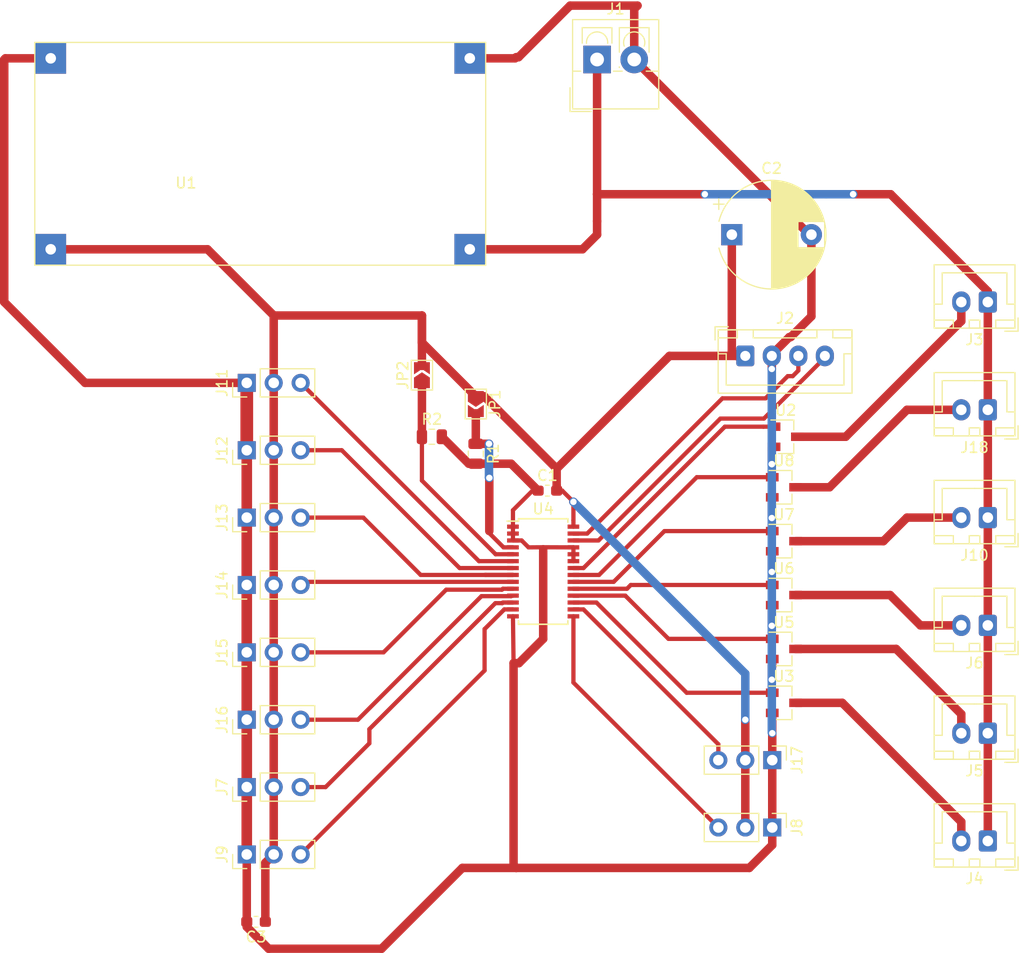
<source format=kicad_pcb>
(kicad_pcb (version 20171130) (host pcbnew 5.1.5)

  (general
    (thickness 1.6)
    (drawings 0)
    (tracks 247)
    (zones 0)
    (modules 33)
    (nets 30)
  )

  (page A4)
  (layers
    (0 F.Cu signal)
    (31 B.Cu signal)
    (32 B.Adhes user)
    (33 F.Adhes user)
    (34 B.Paste user)
    (35 F.Paste user)
    (36 B.SilkS user)
    (37 F.SilkS user)
    (38 B.Mask user)
    (39 F.Mask user)
    (40 Dwgs.User user)
    (41 Cmts.User user)
    (42 Eco1.User user)
    (43 Eco2.User user)
    (44 Edge.Cuts user)
    (45 Margin user)
    (46 B.CrtYd user)
    (47 F.CrtYd user)
    (48 B.Fab user)
    (49 F.Fab user)
  )

  (setup
    (last_trace_width 0.4)
    (user_trace_width 0.4)
    (user_trace_width 0.6)
    (user_trace_width 0.8)
    (user_trace_width 1)
    (user_trace_width 1.2)
    (user_trace_width 1.5)
    (user_trace_width 2)
    (trace_clearance 0.2)
    (zone_clearance 0.508)
    (zone_45_only no)
    (trace_min 0.2)
    (via_size 0.8)
    (via_drill 0.6)
    (via_min_size 0.4)
    (via_min_drill 0.3)
    (user_via 0.8 0.6)
    (user_via 1 0.8)
    (user_via 1.2 0.8)
    (uvia_size 0.3)
    (uvia_drill 0.1)
    (uvias_allowed no)
    (uvia_min_size 0.2)
    (uvia_min_drill 0.1)
    (edge_width 0.05)
    (segment_width 0.2)
    (pcb_text_width 0.3)
    (pcb_text_size 1.5 1.5)
    (mod_edge_width 0.12)
    (mod_text_size 1 1)
    (mod_text_width 0.15)
    (pad_size 1.524 1.524)
    (pad_drill 0.762)
    (pad_to_mask_clearance 0.051)
    (solder_mask_min_width 0.25)
    (aux_axis_origin 0 0)
    (visible_elements FFFFFF7F)
    (pcbplotparams
      (layerselection 0x010fc_ffffffff)
      (usegerberextensions false)
      (usegerberattributes false)
      (usegerberadvancedattributes false)
      (creategerberjobfile false)
      (excludeedgelayer true)
      (linewidth 0.100000)
      (plotframeref false)
      (viasonmask false)
      (mode 1)
      (useauxorigin false)
      (hpglpennumber 1)
      (hpglpenspeed 20)
      (hpglpendiameter 15.000000)
      (psnegative false)
      (psa4output false)
      (plotreference true)
      (plotvalue true)
      (plotinvisibletext false)
      (padsonsilk false)
      (subtractmaskfromsilk false)
      (outputformat 1)
      (mirror false)
      (drillshape 1)
      (scaleselection 1)
      (outputdirectory ""))
  )

  (net 0 "")
  (net 1 +5V)
  (net 2 GND)
  (net 3 +12V)
  (net 4 /sda)
  (net 5 /scl)
  (net 6 "Net-(J3-Pad2)")
  (net 7 "Net-(J4-Pad2)")
  (net 8 "Net-(J5-Pad2)")
  (net 9 "Net-(J6-Pad2)")
  (net 10 /PWM_servo_7)
  (net 11 /PWM_servo_8)
  (net 12 /PWM_servo_9)
  (net 13 "Net-(J10-Pad2)")
  (net 14 /PWM_servo_1)
  (net 15 /PWM_servo_2)
  (net 16 /PWM_servo_3)
  (net 17 /PWM_servo_4)
  (net 18 /PWM_servo_5)
  (net 19 /PWM_servo_6)
  (net 20 /PWM_servo_10)
  (net 21 "Net-(J18-Pad2)")
  (net 22 "Net-(JP1-Pad2)")
  (net 23 "Net-(JP2-Pad1)")
  (net 24 /ev_6)
  (net 25 /ev_1)
  (net 26 /ev_2)
  (net 27 /ev_3)
  (net 28 /ev_4)
  (net 29 /ev_5)

  (net_class Default "Ceci est la Netclass par défaut."
    (clearance 0.2)
    (trace_width 0.8)
    (via_dia 0.8)
    (via_drill 0.6)
    (uvia_dia 0.3)
    (uvia_drill 0.1)
    (add_net +12V)
    (add_net +5V)
    (add_net /PWM_servo_1)
    (add_net /PWM_servo_10)
    (add_net /PWM_servo_2)
    (add_net /PWM_servo_3)
    (add_net /PWM_servo_4)
    (add_net /PWM_servo_5)
    (add_net /PWM_servo_6)
    (add_net /PWM_servo_7)
    (add_net /PWM_servo_8)
    (add_net /PWM_servo_9)
    (add_net /ev_1)
    (add_net /ev_2)
    (add_net /ev_3)
    (add_net /ev_4)
    (add_net /ev_5)
    (add_net /ev_6)
    (add_net /scl)
    (add_net /sda)
    (add_net GND)
    (add_net "Net-(J10-Pad2)")
    (add_net "Net-(J18-Pad2)")
    (add_net "Net-(J3-Pad2)")
    (add_net "Net-(J4-Pad2)")
    (add_net "Net-(J5-Pad2)")
    (add_net "Net-(J6-Pad2)")
    (add_net "Net-(JP1-Pad2)")
    (add_net "Net-(JP2-Pad1)")
  )

  (module Capacitor_SMD:C_0603_1608Metric_Pad1.05x0.95mm_HandSolder (layer F.Cu) (tedit 5B301BBE) (tstamp 5E58ABD5)
    (at 150.255 76.2)
    (descr "Capacitor SMD 0603 (1608 Metric), square (rectangular) end terminal, IPC_7351 nominal with elongated pad for handsoldering. (Body size source: http://www.tortai-tech.com/upload/download/2011102023233369053.pdf), generated with kicad-footprint-generator")
    (tags "capacitor handsolder")
    (path /5E83763A)
    (attr smd)
    (fp_text reference C1 (at 0 -1.43) (layer F.SilkS)
      (effects (font (size 1 1) (thickness 0.15)))
    )
    (fp_text value 100n (at 0 1.43) (layer F.Fab)
      (effects (font (size 1 1) (thickness 0.15)))
    )
    (fp_text user %R (at 0 0) (layer F.Fab)
      (effects (font (size 0.4 0.4) (thickness 0.06)))
    )
    (fp_line (start 1.65 0.73) (end -1.65 0.73) (layer F.CrtYd) (width 0.05))
    (fp_line (start 1.65 -0.73) (end 1.65 0.73) (layer F.CrtYd) (width 0.05))
    (fp_line (start -1.65 -0.73) (end 1.65 -0.73) (layer F.CrtYd) (width 0.05))
    (fp_line (start -1.65 0.73) (end -1.65 -0.73) (layer F.CrtYd) (width 0.05))
    (fp_line (start -0.171267 0.51) (end 0.171267 0.51) (layer F.SilkS) (width 0.12))
    (fp_line (start -0.171267 -0.51) (end 0.171267 -0.51) (layer F.SilkS) (width 0.12))
    (fp_line (start 0.8 0.4) (end -0.8 0.4) (layer F.Fab) (width 0.1))
    (fp_line (start 0.8 -0.4) (end 0.8 0.4) (layer F.Fab) (width 0.1))
    (fp_line (start -0.8 -0.4) (end 0.8 -0.4) (layer F.Fab) (width 0.1))
    (fp_line (start -0.8 0.4) (end -0.8 -0.4) (layer F.Fab) (width 0.1))
    (pad 2 smd roundrect (at 0.875 0) (size 1.05 0.95) (layers F.Cu F.Paste F.Mask) (roundrect_rratio 0.25)
      (net 1 +5V))
    (pad 1 smd roundrect (at -0.875 0) (size 1.05 0.95) (layers F.Cu F.Paste F.Mask) (roundrect_rratio 0.25)
      (net 2 GND))
    (model ${KISYS3DMOD}/Capacitor_SMD.3dshapes/C_0603_1608Metric.wrl
      (at (xyz 0 0 0))
      (scale (xyz 1 1 1))
      (rotate (xyz 0 0 0))
    )
  )

  (module Capacitor_THT:CP_Radial_D10.0mm_P7.50mm (layer F.Cu) (tedit 5AE50EF1) (tstamp 5E587909)
    (at 167.64 52.07)
    (descr "CP, Radial series, Radial, pin pitch=7.50mm, , diameter=10mm, Electrolytic Capacitor")
    (tags "CP Radial series Radial pin pitch 7.50mm  diameter 10mm Electrolytic Capacitor")
    (path /5E847821)
    (fp_text reference C2 (at 3.75 -6.25) (layer F.SilkS)
      (effects (font (size 1 1) (thickness 0.15)))
    )
    (fp_text value 220µ (at 3.75 6.25) (layer F.Fab)
      (effects (font (size 1 1) (thickness 0.15)))
    )
    (fp_arc (start 3.75 0) (end -1.21254 -1.26) (angle 331.50704) (layer F.SilkS) (width 0.12))
    (fp_circle (center 3.75 0) (end 8.75 0) (layer F.Fab) (width 0.1))
    (fp_circle (center 3.75 0) (end 9 0) (layer F.CrtYd) (width 0.05))
    (fp_line (start -0.538861 -2.1875) (end 0.461139 -2.1875) (layer F.Fab) (width 0.1))
    (fp_line (start -0.038861 -2.6875) (end -0.038861 -1.6875) (layer F.Fab) (width 0.1))
    (fp_line (start 3.75 -5.08) (end 3.75 5.08) (layer F.SilkS) (width 0.12))
    (fp_line (start 3.79 -5.08) (end 3.79 5.08) (layer F.SilkS) (width 0.12))
    (fp_line (start 3.83 -5.08) (end 3.83 5.08) (layer F.SilkS) (width 0.12))
    (fp_line (start 3.87 -5.079) (end 3.87 5.079) (layer F.SilkS) (width 0.12))
    (fp_line (start 3.91 -5.078) (end 3.91 5.078) (layer F.SilkS) (width 0.12))
    (fp_line (start 3.95 -5.077) (end 3.95 5.077) (layer F.SilkS) (width 0.12))
    (fp_line (start 3.99 -5.075) (end 3.99 5.075) (layer F.SilkS) (width 0.12))
    (fp_line (start 4.03 -5.073) (end 4.03 5.073) (layer F.SilkS) (width 0.12))
    (fp_line (start 4.07 -5.07) (end 4.07 5.07) (layer F.SilkS) (width 0.12))
    (fp_line (start 4.11 -5.068) (end 4.11 5.068) (layer F.SilkS) (width 0.12))
    (fp_line (start 4.15 -5.065) (end 4.15 5.065) (layer F.SilkS) (width 0.12))
    (fp_line (start 4.19 -5.062) (end 4.19 5.062) (layer F.SilkS) (width 0.12))
    (fp_line (start 4.23 -5.058) (end 4.23 5.058) (layer F.SilkS) (width 0.12))
    (fp_line (start 4.27 -5.054) (end 4.27 5.054) (layer F.SilkS) (width 0.12))
    (fp_line (start 4.31 -5.05) (end 4.31 5.05) (layer F.SilkS) (width 0.12))
    (fp_line (start 4.35 -5.045) (end 4.35 5.045) (layer F.SilkS) (width 0.12))
    (fp_line (start 4.39 -5.04) (end 4.39 5.04) (layer F.SilkS) (width 0.12))
    (fp_line (start 4.43 -5.035) (end 4.43 5.035) (layer F.SilkS) (width 0.12))
    (fp_line (start 4.471 -5.03) (end 4.471 5.03) (layer F.SilkS) (width 0.12))
    (fp_line (start 4.511 -5.024) (end 4.511 5.024) (layer F.SilkS) (width 0.12))
    (fp_line (start 4.551 -5.018) (end 4.551 5.018) (layer F.SilkS) (width 0.12))
    (fp_line (start 4.591 -5.011) (end 4.591 5.011) (layer F.SilkS) (width 0.12))
    (fp_line (start 4.631 -5.004) (end 4.631 5.004) (layer F.SilkS) (width 0.12))
    (fp_line (start 4.671 -4.997) (end 4.671 4.997) (layer F.SilkS) (width 0.12))
    (fp_line (start 4.711 -4.99) (end 4.711 4.99) (layer F.SilkS) (width 0.12))
    (fp_line (start 4.751 -4.982) (end 4.751 4.982) (layer F.SilkS) (width 0.12))
    (fp_line (start 4.791 -4.974) (end 4.791 4.974) (layer F.SilkS) (width 0.12))
    (fp_line (start 4.831 -4.965) (end 4.831 4.965) (layer F.SilkS) (width 0.12))
    (fp_line (start 4.871 -4.956) (end 4.871 4.956) (layer F.SilkS) (width 0.12))
    (fp_line (start 4.911 -4.947) (end 4.911 4.947) (layer F.SilkS) (width 0.12))
    (fp_line (start 4.951 -4.938) (end 4.951 4.938) (layer F.SilkS) (width 0.12))
    (fp_line (start 4.991 -4.928) (end 4.991 4.928) (layer F.SilkS) (width 0.12))
    (fp_line (start 5.031 -4.918) (end 5.031 4.918) (layer F.SilkS) (width 0.12))
    (fp_line (start 5.071 -4.907) (end 5.071 4.907) (layer F.SilkS) (width 0.12))
    (fp_line (start 5.111 -4.897) (end 5.111 4.897) (layer F.SilkS) (width 0.12))
    (fp_line (start 5.151 -4.885) (end 5.151 4.885) (layer F.SilkS) (width 0.12))
    (fp_line (start 5.191 -4.874) (end 5.191 4.874) (layer F.SilkS) (width 0.12))
    (fp_line (start 5.231 -4.862) (end 5.231 4.862) (layer F.SilkS) (width 0.12))
    (fp_line (start 5.271 -4.85) (end 5.271 4.85) (layer F.SilkS) (width 0.12))
    (fp_line (start 5.311 -4.837) (end 5.311 4.837) (layer F.SilkS) (width 0.12))
    (fp_line (start 5.351 -4.824) (end 5.351 4.824) (layer F.SilkS) (width 0.12))
    (fp_line (start 5.391 -4.811) (end 5.391 4.811) (layer F.SilkS) (width 0.12))
    (fp_line (start 5.431 -4.797) (end 5.431 4.797) (layer F.SilkS) (width 0.12))
    (fp_line (start 5.471 -4.783) (end 5.471 4.783) (layer F.SilkS) (width 0.12))
    (fp_line (start 5.511 -4.768) (end 5.511 4.768) (layer F.SilkS) (width 0.12))
    (fp_line (start 5.551 -4.754) (end 5.551 4.754) (layer F.SilkS) (width 0.12))
    (fp_line (start 5.591 -4.738) (end 5.591 4.738) (layer F.SilkS) (width 0.12))
    (fp_line (start 5.631 -4.723) (end 5.631 4.723) (layer F.SilkS) (width 0.12))
    (fp_line (start 5.671 -4.707) (end 5.671 4.707) (layer F.SilkS) (width 0.12))
    (fp_line (start 5.711 -4.69) (end 5.711 4.69) (layer F.SilkS) (width 0.12))
    (fp_line (start 5.751 -4.674) (end 5.751 4.674) (layer F.SilkS) (width 0.12))
    (fp_line (start 5.791 -4.657) (end 5.791 4.657) (layer F.SilkS) (width 0.12))
    (fp_line (start 5.831 -4.639) (end 5.831 4.639) (layer F.SilkS) (width 0.12))
    (fp_line (start 5.871 -4.621) (end 5.871 4.621) (layer F.SilkS) (width 0.12))
    (fp_line (start 5.911 -4.603) (end 5.911 4.603) (layer F.SilkS) (width 0.12))
    (fp_line (start 5.951 -4.584) (end 5.951 4.584) (layer F.SilkS) (width 0.12))
    (fp_line (start 5.991 -4.564) (end 5.991 4.564) (layer F.SilkS) (width 0.12))
    (fp_line (start 6.031 -4.545) (end 6.031 4.545) (layer F.SilkS) (width 0.12))
    (fp_line (start 6.071 -4.525) (end 6.071 4.525) (layer F.SilkS) (width 0.12))
    (fp_line (start 6.111 -4.504) (end 6.111 4.504) (layer F.SilkS) (width 0.12))
    (fp_line (start 6.151 -4.483) (end 6.151 4.483) (layer F.SilkS) (width 0.12))
    (fp_line (start 6.191 -4.462) (end 6.191 4.462) (layer F.SilkS) (width 0.12))
    (fp_line (start 6.231 -4.44) (end 6.231 4.44) (layer F.SilkS) (width 0.12))
    (fp_line (start 6.271 -4.417) (end 6.271 -1.241) (layer F.SilkS) (width 0.12))
    (fp_line (start 6.271 1.241) (end 6.271 4.417) (layer F.SilkS) (width 0.12))
    (fp_line (start 6.311 -4.395) (end 6.311 -1.241) (layer F.SilkS) (width 0.12))
    (fp_line (start 6.311 1.241) (end 6.311 4.395) (layer F.SilkS) (width 0.12))
    (fp_line (start 6.351 -4.371) (end 6.351 -1.241) (layer F.SilkS) (width 0.12))
    (fp_line (start 6.351 1.241) (end 6.351 4.371) (layer F.SilkS) (width 0.12))
    (fp_line (start 6.391 -4.347) (end 6.391 -1.241) (layer F.SilkS) (width 0.12))
    (fp_line (start 6.391 1.241) (end 6.391 4.347) (layer F.SilkS) (width 0.12))
    (fp_line (start 6.431 -4.323) (end 6.431 -1.241) (layer F.SilkS) (width 0.12))
    (fp_line (start 6.431 1.241) (end 6.431 4.323) (layer F.SilkS) (width 0.12))
    (fp_line (start 6.471 -4.298) (end 6.471 -1.241) (layer F.SilkS) (width 0.12))
    (fp_line (start 6.471 1.241) (end 6.471 4.298) (layer F.SilkS) (width 0.12))
    (fp_line (start 6.511 -4.273) (end 6.511 -1.241) (layer F.SilkS) (width 0.12))
    (fp_line (start 6.511 1.241) (end 6.511 4.273) (layer F.SilkS) (width 0.12))
    (fp_line (start 6.551 -4.247) (end 6.551 -1.241) (layer F.SilkS) (width 0.12))
    (fp_line (start 6.551 1.241) (end 6.551 4.247) (layer F.SilkS) (width 0.12))
    (fp_line (start 6.591 -4.221) (end 6.591 -1.241) (layer F.SilkS) (width 0.12))
    (fp_line (start 6.591 1.241) (end 6.591 4.221) (layer F.SilkS) (width 0.12))
    (fp_line (start 6.631 -4.194) (end 6.631 -1.241) (layer F.SilkS) (width 0.12))
    (fp_line (start 6.631 1.241) (end 6.631 4.194) (layer F.SilkS) (width 0.12))
    (fp_line (start 6.671 -4.166) (end 6.671 -1.241) (layer F.SilkS) (width 0.12))
    (fp_line (start 6.671 1.241) (end 6.671 4.166) (layer F.SilkS) (width 0.12))
    (fp_line (start 6.711 -4.138) (end 6.711 -1.241) (layer F.SilkS) (width 0.12))
    (fp_line (start 6.711 1.241) (end 6.711 4.138) (layer F.SilkS) (width 0.12))
    (fp_line (start 6.751 -4.11) (end 6.751 -1.241) (layer F.SilkS) (width 0.12))
    (fp_line (start 6.751 1.241) (end 6.751 4.11) (layer F.SilkS) (width 0.12))
    (fp_line (start 6.791 -4.08) (end 6.791 -1.241) (layer F.SilkS) (width 0.12))
    (fp_line (start 6.791 1.241) (end 6.791 4.08) (layer F.SilkS) (width 0.12))
    (fp_line (start 6.831 -4.05) (end 6.831 -1.241) (layer F.SilkS) (width 0.12))
    (fp_line (start 6.831 1.241) (end 6.831 4.05) (layer F.SilkS) (width 0.12))
    (fp_line (start 6.871 -4.02) (end 6.871 -1.241) (layer F.SilkS) (width 0.12))
    (fp_line (start 6.871 1.241) (end 6.871 4.02) (layer F.SilkS) (width 0.12))
    (fp_line (start 6.911 -3.989) (end 6.911 -1.241) (layer F.SilkS) (width 0.12))
    (fp_line (start 6.911 1.241) (end 6.911 3.989) (layer F.SilkS) (width 0.12))
    (fp_line (start 6.951 -3.957) (end 6.951 -1.241) (layer F.SilkS) (width 0.12))
    (fp_line (start 6.951 1.241) (end 6.951 3.957) (layer F.SilkS) (width 0.12))
    (fp_line (start 6.991 -3.925) (end 6.991 -1.241) (layer F.SilkS) (width 0.12))
    (fp_line (start 6.991 1.241) (end 6.991 3.925) (layer F.SilkS) (width 0.12))
    (fp_line (start 7.031 -3.892) (end 7.031 -1.241) (layer F.SilkS) (width 0.12))
    (fp_line (start 7.031 1.241) (end 7.031 3.892) (layer F.SilkS) (width 0.12))
    (fp_line (start 7.071 -3.858) (end 7.071 -1.241) (layer F.SilkS) (width 0.12))
    (fp_line (start 7.071 1.241) (end 7.071 3.858) (layer F.SilkS) (width 0.12))
    (fp_line (start 7.111 -3.824) (end 7.111 -1.241) (layer F.SilkS) (width 0.12))
    (fp_line (start 7.111 1.241) (end 7.111 3.824) (layer F.SilkS) (width 0.12))
    (fp_line (start 7.151 -3.789) (end 7.151 -1.241) (layer F.SilkS) (width 0.12))
    (fp_line (start 7.151 1.241) (end 7.151 3.789) (layer F.SilkS) (width 0.12))
    (fp_line (start 7.191 -3.753) (end 7.191 -1.241) (layer F.SilkS) (width 0.12))
    (fp_line (start 7.191 1.241) (end 7.191 3.753) (layer F.SilkS) (width 0.12))
    (fp_line (start 7.231 -3.716) (end 7.231 -1.241) (layer F.SilkS) (width 0.12))
    (fp_line (start 7.231 1.241) (end 7.231 3.716) (layer F.SilkS) (width 0.12))
    (fp_line (start 7.271 -3.679) (end 7.271 -1.241) (layer F.SilkS) (width 0.12))
    (fp_line (start 7.271 1.241) (end 7.271 3.679) (layer F.SilkS) (width 0.12))
    (fp_line (start 7.311 -3.64) (end 7.311 -1.241) (layer F.SilkS) (width 0.12))
    (fp_line (start 7.311 1.241) (end 7.311 3.64) (layer F.SilkS) (width 0.12))
    (fp_line (start 7.351 -3.601) (end 7.351 -1.241) (layer F.SilkS) (width 0.12))
    (fp_line (start 7.351 1.241) (end 7.351 3.601) (layer F.SilkS) (width 0.12))
    (fp_line (start 7.391 -3.561) (end 7.391 -1.241) (layer F.SilkS) (width 0.12))
    (fp_line (start 7.391 1.241) (end 7.391 3.561) (layer F.SilkS) (width 0.12))
    (fp_line (start 7.431 -3.52) (end 7.431 -1.241) (layer F.SilkS) (width 0.12))
    (fp_line (start 7.431 1.241) (end 7.431 3.52) (layer F.SilkS) (width 0.12))
    (fp_line (start 7.471 -3.478) (end 7.471 -1.241) (layer F.SilkS) (width 0.12))
    (fp_line (start 7.471 1.241) (end 7.471 3.478) (layer F.SilkS) (width 0.12))
    (fp_line (start 7.511 -3.436) (end 7.511 -1.241) (layer F.SilkS) (width 0.12))
    (fp_line (start 7.511 1.241) (end 7.511 3.436) (layer F.SilkS) (width 0.12))
    (fp_line (start 7.551 -3.392) (end 7.551 -1.241) (layer F.SilkS) (width 0.12))
    (fp_line (start 7.551 1.241) (end 7.551 3.392) (layer F.SilkS) (width 0.12))
    (fp_line (start 7.591 -3.347) (end 7.591 -1.241) (layer F.SilkS) (width 0.12))
    (fp_line (start 7.591 1.241) (end 7.591 3.347) (layer F.SilkS) (width 0.12))
    (fp_line (start 7.631 -3.301) (end 7.631 -1.241) (layer F.SilkS) (width 0.12))
    (fp_line (start 7.631 1.241) (end 7.631 3.301) (layer F.SilkS) (width 0.12))
    (fp_line (start 7.671 -3.254) (end 7.671 -1.241) (layer F.SilkS) (width 0.12))
    (fp_line (start 7.671 1.241) (end 7.671 3.254) (layer F.SilkS) (width 0.12))
    (fp_line (start 7.711 -3.206) (end 7.711 -1.241) (layer F.SilkS) (width 0.12))
    (fp_line (start 7.711 1.241) (end 7.711 3.206) (layer F.SilkS) (width 0.12))
    (fp_line (start 7.751 -3.156) (end 7.751 -1.241) (layer F.SilkS) (width 0.12))
    (fp_line (start 7.751 1.241) (end 7.751 3.156) (layer F.SilkS) (width 0.12))
    (fp_line (start 7.791 -3.106) (end 7.791 -1.241) (layer F.SilkS) (width 0.12))
    (fp_line (start 7.791 1.241) (end 7.791 3.106) (layer F.SilkS) (width 0.12))
    (fp_line (start 7.831 -3.054) (end 7.831 -1.241) (layer F.SilkS) (width 0.12))
    (fp_line (start 7.831 1.241) (end 7.831 3.054) (layer F.SilkS) (width 0.12))
    (fp_line (start 7.871 -3) (end 7.871 -1.241) (layer F.SilkS) (width 0.12))
    (fp_line (start 7.871 1.241) (end 7.871 3) (layer F.SilkS) (width 0.12))
    (fp_line (start 7.911 -2.945) (end 7.911 -1.241) (layer F.SilkS) (width 0.12))
    (fp_line (start 7.911 1.241) (end 7.911 2.945) (layer F.SilkS) (width 0.12))
    (fp_line (start 7.951 -2.889) (end 7.951 -1.241) (layer F.SilkS) (width 0.12))
    (fp_line (start 7.951 1.241) (end 7.951 2.889) (layer F.SilkS) (width 0.12))
    (fp_line (start 7.991 -2.83) (end 7.991 -1.241) (layer F.SilkS) (width 0.12))
    (fp_line (start 7.991 1.241) (end 7.991 2.83) (layer F.SilkS) (width 0.12))
    (fp_line (start 8.031 -2.77) (end 8.031 -1.241) (layer F.SilkS) (width 0.12))
    (fp_line (start 8.031 1.241) (end 8.031 2.77) (layer F.SilkS) (width 0.12))
    (fp_line (start 8.071 -2.709) (end 8.071 -1.241) (layer F.SilkS) (width 0.12))
    (fp_line (start 8.071 1.241) (end 8.071 2.709) (layer F.SilkS) (width 0.12))
    (fp_line (start 8.111 -2.645) (end 8.111 -1.241) (layer F.SilkS) (width 0.12))
    (fp_line (start 8.111 1.241) (end 8.111 2.645) (layer F.SilkS) (width 0.12))
    (fp_line (start 8.151 -2.579) (end 8.151 -1.241) (layer F.SilkS) (width 0.12))
    (fp_line (start 8.151 1.241) (end 8.151 2.579) (layer F.SilkS) (width 0.12))
    (fp_line (start 8.191 -2.51) (end 8.191 -1.241) (layer F.SilkS) (width 0.12))
    (fp_line (start 8.191 1.241) (end 8.191 2.51) (layer F.SilkS) (width 0.12))
    (fp_line (start 8.231 -2.439) (end 8.231 -1.241) (layer F.SilkS) (width 0.12))
    (fp_line (start 8.231 1.241) (end 8.231 2.439) (layer F.SilkS) (width 0.12))
    (fp_line (start 8.271 -2.365) (end 8.271 -1.241) (layer F.SilkS) (width 0.12))
    (fp_line (start 8.271 1.241) (end 8.271 2.365) (layer F.SilkS) (width 0.12))
    (fp_line (start 8.311 -2.289) (end 8.311 -1.241) (layer F.SilkS) (width 0.12))
    (fp_line (start 8.311 1.241) (end 8.311 2.289) (layer F.SilkS) (width 0.12))
    (fp_line (start 8.351 -2.209) (end 8.351 -1.241) (layer F.SilkS) (width 0.12))
    (fp_line (start 8.351 1.241) (end 8.351 2.209) (layer F.SilkS) (width 0.12))
    (fp_line (start 8.391 -2.125) (end 8.391 -1.241) (layer F.SilkS) (width 0.12))
    (fp_line (start 8.391 1.241) (end 8.391 2.125) (layer F.SilkS) (width 0.12))
    (fp_line (start 8.431 -2.037) (end 8.431 -1.241) (layer F.SilkS) (width 0.12))
    (fp_line (start 8.431 1.241) (end 8.431 2.037) (layer F.SilkS) (width 0.12))
    (fp_line (start 8.471 -1.944) (end 8.471 -1.241) (layer F.SilkS) (width 0.12))
    (fp_line (start 8.471 1.241) (end 8.471 1.944) (layer F.SilkS) (width 0.12))
    (fp_line (start 8.511 -1.846) (end 8.511 -1.241) (layer F.SilkS) (width 0.12))
    (fp_line (start 8.511 1.241) (end 8.511 1.846) (layer F.SilkS) (width 0.12))
    (fp_line (start 8.551 -1.742) (end 8.551 -1.241) (layer F.SilkS) (width 0.12))
    (fp_line (start 8.551 1.241) (end 8.551 1.742) (layer F.SilkS) (width 0.12))
    (fp_line (start 8.591 -1.63) (end 8.591 -1.241) (layer F.SilkS) (width 0.12))
    (fp_line (start 8.591 1.241) (end 8.591 1.63) (layer F.SilkS) (width 0.12))
    (fp_line (start 8.631 -1.51) (end 8.631 -1.241) (layer F.SilkS) (width 0.12))
    (fp_line (start 8.631 1.241) (end 8.631 1.51) (layer F.SilkS) (width 0.12))
    (fp_line (start 8.671 -1.378) (end 8.671 -1.241) (layer F.SilkS) (width 0.12))
    (fp_line (start 8.671 1.241) (end 8.671 1.378) (layer F.SilkS) (width 0.12))
    (fp_line (start 8.751 -1.062) (end 8.751 1.062) (layer F.SilkS) (width 0.12))
    (fp_line (start 8.791 -0.862) (end 8.791 0.862) (layer F.SilkS) (width 0.12))
    (fp_line (start 8.831 -0.599) (end 8.831 0.599) (layer F.SilkS) (width 0.12))
    (fp_line (start -1.729646 -2.875) (end -0.729646 -2.875) (layer F.SilkS) (width 0.12))
    (fp_line (start -1.229646 -3.375) (end -1.229646 -2.375) (layer F.SilkS) (width 0.12))
    (fp_text user %R (at 3.75 0) (layer F.Fab)
      (effects (font (size 1 1) (thickness 0.15)))
    )
    (pad 1 thru_hole rect (at 0 0) (size 2 2) (drill 1) (layers *.Cu *.Mask)
      (net 1 +5V))
    (pad 2 thru_hole circle (at 7.5 0) (size 2 2) (drill 1) (layers *.Cu *.Mask)
      (net 2 GND))
    (model ${KISYS3DMOD}/Capacitor_THT.3dshapes/CP_Radial_D10.0mm_P7.50mm.wrl
      (at (xyz 0 0 0))
      (scale (xyz 1 1 1))
      (rotate (xyz 0 0 0))
    )
  )

  (module Capacitor_SMD:C_0603_1608Metric_Pad1.05x0.95mm_HandSolder (layer F.Cu) (tedit 5B301BBE) (tstamp 5E627B36)
    (at 122.795 116.84 180)
    (descr "Capacitor SMD 0603 (1608 Metric), square (rectangular) end terminal, IPC_7351 nominal with elongated pad for handsoldering. (Body size source: http://www.tortai-tech.com/upload/download/2011102023233369053.pdf), generated with kicad-footprint-generator")
    (tags "capacitor handsolder")
    (path /5E82CC1F)
    (attr smd)
    (fp_text reference C3 (at 0 -1.43) (layer F.SilkS)
      (effects (font (size 1 1) (thickness 0.15)))
    )
    (fp_text value 100n (at 0 1.43) (layer F.Fab)
      (effects (font (size 1 1) (thickness 0.15)))
    )
    (fp_line (start -0.8 0.4) (end -0.8 -0.4) (layer F.Fab) (width 0.1))
    (fp_line (start -0.8 -0.4) (end 0.8 -0.4) (layer F.Fab) (width 0.1))
    (fp_line (start 0.8 -0.4) (end 0.8 0.4) (layer F.Fab) (width 0.1))
    (fp_line (start 0.8 0.4) (end -0.8 0.4) (layer F.Fab) (width 0.1))
    (fp_line (start -0.171267 -0.51) (end 0.171267 -0.51) (layer F.SilkS) (width 0.12))
    (fp_line (start -0.171267 0.51) (end 0.171267 0.51) (layer F.SilkS) (width 0.12))
    (fp_line (start -1.65 0.73) (end -1.65 -0.73) (layer F.CrtYd) (width 0.05))
    (fp_line (start -1.65 -0.73) (end 1.65 -0.73) (layer F.CrtYd) (width 0.05))
    (fp_line (start 1.65 -0.73) (end 1.65 0.73) (layer F.CrtYd) (width 0.05))
    (fp_line (start 1.65 0.73) (end -1.65 0.73) (layer F.CrtYd) (width 0.05))
    (fp_text user %R (at 0 0) (layer F.Fab)
      (effects (font (size 0.4 0.4) (thickness 0.06)))
    )
    (pad 1 smd roundrect (at -0.875 0 180) (size 1.05 0.95) (layers F.Cu F.Paste F.Mask) (roundrect_rratio 0.25)
      (net 1 +5V))
    (pad 2 smd roundrect (at 0.875 0 180) (size 1.05 0.95) (layers F.Cu F.Paste F.Mask) (roundrect_rratio 0.25)
      (net 2 GND))
    (model ${KISYS3DMOD}/Capacitor_SMD.3dshapes/C_0603_1608Metric.wrl
      (at (xyz 0 0 0))
      (scale (xyz 1 1 1))
      (rotate (xyz 0 0 0))
    )
  )

  (module TerminalBlock_4Ucon:TerminalBlock_4Ucon_1x02_P3.50mm_Vertical (layer F.Cu) (tedit 5B294E7F) (tstamp 5E6267AC)
    (at 154.94 35.56)
    (descr "Terminal Block 4Ucon ItemNo. 10693, vertical (cable from top), 2 pins, pitch 3.5mm, size 8x8.3mm^2, drill diamater 1.3mm, pad diameter 2.6mm, see http://www.4uconnector.com/online/object/4udrawing/10693.pdf, script-generated with , script-generated using https://github.com/pointhi/kicad-footprint-generator/scripts/TerminalBlock_4Ucon")
    (tags "THT Terminal Block 4Ucon ItemNo. 10693 vertical pitch 3.5mm size 8x8.3mm^2 drill 1.3mm pad 2.6mm")
    (path /5E5811F3)
    (fp_text reference J1 (at 1.75 -4.76) (layer F.SilkS)
      (effects (font (size 1 1) (thickness 0.15)))
    )
    (fp_text value Screw_Terminal_01x02 (at 1.75 5.66) (layer F.Fab)
      (effects (font (size 1 1) (thickness 0.15)))
    )
    (fp_arc (start 0 -1.6) (end 0.998 -1.531) (angle -188) (layer F.SilkS) (width 0.12))
    (fp_arc (start 3.5 -1.6) (end 4.44 -1.258) (angle -220) (layer F.SilkS) (width 0.12))
    (fp_circle (center 0 -1.6) (end 1 -1.6) (layer F.Fab) (width 0.1))
    (fp_circle (center 3.5 -1.6) (end 4.5 -1.6) (layer F.Fab) (width 0.1))
    (fp_line (start -2.25 -3.7) (end 5.75 -3.7) (layer F.Fab) (width 0.1))
    (fp_line (start 5.75 -3.7) (end 5.75 4.6) (layer F.Fab) (width 0.1))
    (fp_line (start 5.75 4.6) (end -0.25 4.6) (layer F.Fab) (width 0.1))
    (fp_line (start -0.25 4.6) (end -2.25 2.6) (layer F.Fab) (width 0.1))
    (fp_line (start -2.25 2.6) (end -2.25 -3.7) (layer F.Fab) (width 0.1))
    (fp_line (start -2.25 1.1) (end 5.75 1.1) (layer F.Fab) (width 0.1))
    (fp_line (start -2.31 1.101) (end -1.54 1.101) (layer F.SilkS) (width 0.12))
    (fp_line (start 1.54 1.101) (end 2.367 1.101) (layer F.SilkS) (width 0.12))
    (fp_line (start 4.634 1.101) (end 5.81 1.101) (layer F.SilkS) (width 0.12))
    (fp_line (start -2.31 -3.76) (end 5.81 -3.76) (layer F.SilkS) (width 0.12))
    (fp_line (start -2.31 4.66) (end 5.81 4.66) (layer F.SilkS) (width 0.12))
    (fp_line (start -2.31 -3.76) (end -2.31 4.66) (layer F.SilkS) (width 0.12))
    (fp_line (start 5.81 -3.76) (end 5.81 4.66) (layer F.SilkS) (width 0.12))
    (fp_line (start -1.4 -3) (end 1.4 -3) (layer F.SilkS) (width 0.12))
    (fp_line (start -1.4 -3) (end -1.4 -1.54) (layer F.SilkS) (width 0.12))
    (fp_line (start 1.4 -3) (end 1.4 -1.54) (layer F.SilkS) (width 0.12))
    (fp_line (start -1.4 -3) (end -1.4 0.75) (layer F.Fab) (width 0.1))
    (fp_line (start -1.4 0.75) (end 1.4 0.75) (layer F.Fab) (width 0.1))
    (fp_line (start 1.4 0.75) (end 1.4 -3) (layer F.Fab) (width 0.1))
    (fp_line (start 1.4 -3) (end -1.4 -3) (layer F.Fab) (width 0.1))
    (fp_line (start 2.1 -3) (end 4.9 -3) (layer F.SilkS) (width 0.12))
    (fp_line (start 2.1 0.75) (end 2.101 0.75) (layer F.SilkS) (width 0.12))
    (fp_line (start 4.9 0.75) (end 4.9 0.75) (layer F.SilkS) (width 0.12))
    (fp_line (start 2.1 -3) (end 2.1 -0.689) (layer F.SilkS) (width 0.12))
    (fp_line (start 2.1 0.689) (end 2.1 0.75) (layer F.SilkS) (width 0.12))
    (fp_line (start 4.9 -3) (end 4.9 -0.689) (layer F.SilkS) (width 0.12))
    (fp_line (start 4.9 0.689) (end 4.9 0.75) (layer F.SilkS) (width 0.12))
    (fp_line (start 2.1 -3) (end 2.1 0.75) (layer F.Fab) (width 0.1))
    (fp_line (start 2.1 0.75) (end 4.9 0.75) (layer F.Fab) (width 0.1))
    (fp_line (start 4.9 0.75) (end 4.9 -3) (layer F.Fab) (width 0.1))
    (fp_line (start 4.9 -3) (end 2.1 -3) (layer F.Fab) (width 0.1))
    (fp_line (start -2.55 2.66) (end -2.55 4.9) (layer F.SilkS) (width 0.12))
    (fp_line (start -2.55 4.9) (end -0.55 4.9) (layer F.SilkS) (width 0.12))
    (fp_line (start -2.75 -4.2) (end -2.75 5.11) (layer F.CrtYd) (width 0.05))
    (fp_line (start -2.75 5.11) (end 6.25 5.11) (layer F.CrtYd) (width 0.05))
    (fp_line (start 6.25 5.11) (end 6.25 -4.2) (layer F.CrtYd) (width 0.05))
    (fp_line (start 6.25 -4.2) (end -2.75 -4.2) (layer F.CrtYd) (width 0.05))
    (fp_text user %R (at 1.75 3.45) (layer F.Fab)
      (effects (font (size 1 1) (thickness 0.15)))
    )
    (pad 1 thru_hole rect (at 0 0) (size 2.6 2.6) (drill 1.3) (layers *.Cu *.Mask)
      (net 3 +12V))
    (pad 2 thru_hole circle (at 3.5 0) (size 2.6 2.6) (drill 1.3) (layers *.Cu *.Mask)
      (net 2 GND))
    (model ${KISYS3DMOD}/TerminalBlock_4Ucon.3dshapes/TerminalBlock_4Ucon_1x02_P3.50mm_Vertical.wrl
      (at (xyz 0 0 0))
      (scale (xyz 1 1 1))
      (rotate (xyz 0 0 0))
    )
  )

  (module Connector_JST:JST_XH_B4B-XH-A_1x04_P2.50mm_Vertical (layer F.Cu) (tedit 5C28146C) (tstamp 5E587975)
    (at 168.91 63.5)
    (descr "JST XH series connector, B4B-XH-A (http://www.jst-mfg.com/product/pdf/eng/eXH.pdf), generated with kicad-footprint-generator")
    (tags "connector JST XH vertical")
    (path /5E779B02)
    (fp_text reference J2 (at 3.75 -3.55) (layer F.SilkS)
      (effects (font (size 1 1) (thickness 0.15)))
    )
    (fp_text value i2c (at 3.75 4.6) (layer F.Fab)
      (effects (font (size 1 1) (thickness 0.15)))
    )
    (fp_line (start -2.45 -2.35) (end -2.45 3.4) (layer F.Fab) (width 0.1))
    (fp_line (start -2.45 3.4) (end 9.95 3.4) (layer F.Fab) (width 0.1))
    (fp_line (start 9.95 3.4) (end 9.95 -2.35) (layer F.Fab) (width 0.1))
    (fp_line (start 9.95 -2.35) (end -2.45 -2.35) (layer F.Fab) (width 0.1))
    (fp_line (start -2.56 -2.46) (end -2.56 3.51) (layer F.SilkS) (width 0.12))
    (fp_line (start -2.56 3.51) (end 10.06 3.51) (layer F.SilkS) (width 0.12))
    (fp_line (start 10.06 3.51) (end 10.06 -2.46) (layer F.SilkS) (width 0.12))
    (fp_line (start 10.06 -2.46) (end -2.56 -2.46) (layer F.SilkS) (width 0.12))
    (fp_line (start -2.95 -2.85) (end -2.95 3.9) (layer F.CrtYd) (width 0.05))
    (fp_line (start -2.95 3.9) (end 10.45 3.9) (layer F.CrtYd) (width 0.05))
    (fp_line (start 10.45 3.9) (end 10.45 -2.85) (layer F.CrtYd) (width 0.05))
    (fp_line (start 10.45 -2.85) (end -2.95 -2.85) (layer F.CrtYd) (width 0.05))
    (fp_line (start -0.625 -2.35) (end 0 -1.35) (layer F.Fab) (width 0.1))
    (fp_line (start 0 -1.35) (end 0.625 -2.35) (layer F.Fab) (width 0.1))
    (fp_line (start 0.75 -2.45) (end 0.75 -1.7) (layer F.SilkS) (width 0.12))
    (fp_line (start 0.75 -1.7) (end 6.75 -1.7) (layer F.SilkS) (width 0.12))
    (fp_line (start 6.75 -1.7) (end 6.75 -2.45) (layer F.SilkS) (width 0.12))
    (fp_line (start 6.75 -2.45) (end 0.75 -2.45) (layer F.SilkS) (width 0.12))
    (fp_line (start -2.55 -2.45) (end -2.55 -1.7) (layer F.SilkS) (width 0.12))
    (fp_line (start -2.55 -1.7) (end -0.75 -1.7) (layer F.SilkS) (width 0.12))
    (fp_line (start -0.75 -1.7) (end -0.75 -2.45) (layer F.SilkS) (width 0.12))
    (fp_line (start -0.75 -2.45) (end -2.55 -2.45) (layer F.SilkS) (width 0.12))
    (fp_line (start 8.25 -2.45) (end 8.25 -1.7) (layer F.SilkS) (width 0.12))
    (fp_line (start 8.25 -1.7) (end 10.05 -1.7) (layer F.SilkS) (width 0.12))
    (fp_line (start 10.05 -1.7) (end 10.05 -2.45) (layer F.SilkS) (width 0.12))
    (fp_line (start 10.05 -2.45) (end 8.25 -2.45) (layer F.SilkS) (width 0.12))
    (fp_line (start -2.55 -0.2) (end -1.8 -0.2) (layer F.SilkS) (width 0.12))
    (fp_line (start -1.8 -0.2) (end -1.8 2.75) (layer F.SilkS) (width 0.12))
    (fp_line (start -1.8 2.75) (end 3.75 2.75) (layer F.SilkS) (width 0.12))
    (fp_line (start 10.05 -0.2) (end 9.3 -0.2) (layer F.SilkS) (width 0.12))
    (fp_line (start 9.3 -0.2) (end 9.3 2.75) (layer F.SilkS) (width 0.12))
    (fp_line (start 9.3 2.75) (end 3.75 2.75) (layer F.SilkS) (width 0.12))
    (fp_line (start -1.6 -2.75) (end -2.85 -2.75) (layer F.SilkS) (width 0.12))
    (fp_line (start -2.85 -2.75) (end -2.85 -1.5) (layer F.SilkS) (width 0.12))
    (fp_text user %R (at 3.75 2.7) (layer F.Fab)
      (effects (font (size 1 1) (thickness 0.15)))
    )
    (pad 1 thru_hole roundrect (at 0 0) (size 1.7 1.95) (drill 0.95) (layers *.Cu *.Mask) (roundrect_rratio 0.147059)
      (net 1 +5V))
    (pad 2 thru_hole oval (at 2.5 0) (size 1.7 1.95) (drill 0.95) (layers *.Cu *.Mask)
      (net 2 GND))
    (pad 3 thru_hole oval (at 5 0) (size 1.7 1.95) (drill 0.95) (layers *.Cu *.Mask)
      (net 4 /sda))
    (pad 4 thru_hole oval (at 7.5 0) (size 1.7 1.95) (drill 0.95) (layers *.Cu *.Mask)
      (net 5 /scl))
    (model ${KISYS3DMOD}/Connector_JST.3dshapes/JST_XH_B4B-XH-A_1x04_P2.50mm_Vertical.wrl
      (at (xyz 0 0 0))
      (scale (xyz 1 1 1))
      (rotate (xyz 0 0 0))
    )
  )

  (module Connector_JST:JST_XH_B2B-XH-A_1x02_P2.50mm_Vertical (layer F.Cu) (tedit 5C28146C) (tstamp 5E58799E)
    (at 191.77 58.42 180)
    (descr "JST XH series connector, B2B-XH-A (http://www.jst-mfg.com/product/pdf/eng/eXH.pdf), generated with kicad-footprint-generator")
    (tags "connector JST XH vertical")
    (path /5E73A269)
    (fp_text reference J3 (at 1.25 -3.55) (layer F.SilkS)
      (effects (font (size 1 1) (thickness 0.15)))
    )
    (fp_text value Conn_01x02 (at 1.25 4.6) (layer F.Fab)
      (effects (font (size 1 1) (thickness 0.15)))
    )
    (fp_line (start -2.45 -2.35) (end -2.45 3.4) (layer F.Fab) (width 0.1))
    (fp_line (start -2.45 3.4) (end 4.95 3.4) (layer F.Fab) (width 0.1))
    (fp_line (start 4.95 3.4) (end 4.95 -2.35) (layer F.Fab) (width 0.1))
    (fp_line (start 4.95 -2.35) (end -2.45 -2.35) (layer F.Fab) (width 0.1))
    (fp_line (start -2.56 -2.46) (end -2.56 3.51) (layer F.SilkS) (width 0.12))
    (fp_line (start -2.56 3.51) (end 5.06 3.51) (layer F.SilkS) (width 0.12))
    (fp_line (start 5.06 3.51) (end 5.06 -2.46) (layer F.SilkS) (width 0.12))
    (fp_line (start 5.06 -2.46) (end -2.56 -2.46) (layer F.SilkS) (width 0.12))
    (fp_line (start -2.95 -2.85) (end -2.95 3.9) (layer F.CrtYd) (width 0.05))
    (fp_line (start -2.95 3.9) (end 5.45 3.9) (layer F.CrtYd) (width 0.05))
    (fp_line (start 5.45 3.9) (end 5.45 -2.85) (layer F.CrtYd) (width 0.05))
    (fp_line (start 5.45 -2.85) (end -2.95 -2.85) (layer F.CrtYd) (width 0.05))
    (fp_line (start -0.625 -2.35) (end 0 -1.35) (layer F.Fab) (width 0.1))
    (fp_line (start 0 -1.35) (end 0.625 -2.35) (layer F.Fab) (width 0.1))
    (fp_line (start 0.75 -2.45) (end 0.75 -1.7) (layer F.SilkS) (width 0.12))
    (fp_line (start 0.75 -1.7) (end 1.75 -1.7) (layer F.SilkS) (width 0.12))
    (fp_line (start 1.75 -1.7) (end 1.75 -2.45) (layer F.SilkS) (width 0.12))
    (fp_line (start 1.75 -2.45) (end 0.75 -2.45) (layer F.SilkS) (width 0.12))
    (fp_line (start -2.55 -2.45) (end -2.55 -1.7) (layer F.SilkS) (width 0.12))
    (fp_line (start -2.55 -1.7) (end -0.75 -1.7) (layer F.SilkS) (width 0.12))
    (fp_line (start -0.75 -1.7) (end -0.75 -2.45) (layer F.SilkS) (width 0.12))
    (fp_line (start -0.75 -2.45) (end -2.55 -2.45) (layer F.SilkS) (width 0.12))
    (fp_line (start 3.25 -2.45) (end 3.25 -1.7) (layer F.SilkS) (width 0.12))
    (fp_line (start 3.25 -1.7) (end 5.05 -1.7) (layer F.SilkS) (width 0.12))
    (fp_line (start 5.05 -1.7) (end 5.05 -2.45) (layer F.SilkS) (width 0.12))
    (fp_line (start 5.05 -2.45) (end 3.25 -2.45) (layer F.SilkS) (width 0.12))
    (fp_line (start -2.55 -0.2) (end -1.8 -0.2) (layer F.SilkS) (width 0.12))
    (fp_line (start -1.8 -0.2) (end -1.8 2.75) (layer F.SilkS) (width 0.12))
    (fp_line (start -1.8 2.75) (end 1.25 2.75) (layer F.SilkS) (width 0.12))
    (fp_line (start 5.05 -0.2) (end 4.3 -0.2) (layer F.SilkS) (width 0.12))
    (fp_line (start 4.3 -0.2) (end 4.3 2.75) (layer F.SilkS) (width 0.12))
    (fp_line (start 4.3 2.75) (end 1.25 2.75) (layer F.SilkS) (width 0.12))
    (fp_line (start -1.6 -2.75) (end -2.85 -2.75) (layer F.SilkS) (width 0.12))
    (fp_line (start -2.85 -2.75) (end -2.85 -1.5) (layer F.SilkS) (width 0.12))
    (fp_text user %R (at 1.25 2.7) (layer F.Fab)
      (effects (font (size 1 1) (thickness 0.15)))
    )
    (pad 1 thru_hole roundrect (at 0 0 180) (size 1.7 2) (drill 1) (layers *.Cu *.Mask) (roundrect_rratio 0.147059)
      (net 3 +12V))
    (pad 2 thru_hole oval (at 2.5 0 180) (size 1.7 2) (drill 1) (layers *.Cu *.Mask)
      (net 6 "Net-(J3-Pad2)"))
    (model ${KISYS3DMOD}/Connector_JST.3dshapes/JST_XH_B2B-XH-A_1x02_P2.50mm_Vertical.wrl
      (at (xyz 0 0 0))
      (scale (xyz 1 1 1))
      (rotate (xyz 0 0 0))
    )
  )

  (module Connector_JST:JST_XH_B2B-XH-A_1x02_P2.50mm_Vertical (layer F.Cu) (tedit 5C28146C) (tstamp 5E5879C7)
    (at 191.77 109.22 180)
    (descr "JST XH series connector, B2B-XH-A (http://www.jst-mfg.com/product/pdf/eng/eXH.pdf), generated with kicad-footprint-generator")
    (tags "connector JST XH vertical")
    (path /5E736984)
    (fp_text reference J4 (at 1.25 -3.55) (layer F.SilkS)
      (effects (font (size 1 1) (thickness 0.15)))
    )
    (fp_text value Conn_01x02 (at 1.25 4.6) (layer F.Fab)
      (effects (font (size 1 1) (thickness 0.15)))
    )
    (fp_line (start -2.45 -2.35) (end -2.45 3.4) (layer F.Fab) (width 0.1))
    (fp_line (start -2.45 3.4) (end 4.95 3.4) (layer F.Fab) (width 0.1))
    (fp_line (start 4.95 3.4) (end 4.95 -2.35) (layer F.Fab) (width 0.1))
    (fp_line (start 4.95 -2.35) (end -2.45 -2.35) (layer F.Fab) (width 0.1))
    (fp_line (start -2.56 -2.46) (end -2.56 3.51) (layer F.SilkS) (width 0.12))
    (fp_line (start -2.56 3.51) (end 5.06 3.51) (layer F.SilkS) (width 0.12))
    (fp_line (start 5.06 3.51) (end 5.06 -2.46) (layer F.SilkS) (width 0.12))
    (fp_line (start 5.06 -2.46) (end -2.56 -2.46) (layer F.SilkS) (width 0.12))
    (fp_line (start -2.95 -2.85) (end -2.95 3.9) (layer F.CrtYd) (width 0.05))
    (fp_line (start -2.95 3.9) (end 5.45 3.9) (layer F.CrtYd) (width 0.05))
    (fp_line (start 5.45 3.9) (end 5.45 -2.85) (layer F.CrtYd) (width 0.05))
    (fp_line (start 5.45 -2.85) (end -2.95 -2.85) (layer F.CrtYd) (width 0.05))
    (fp_line (start -0.625 -2.35) (end 0 -1.35) (layer F.Fab) (width 0.1))
    (fp_line (start 0 -1.35) (end 0.625 -2.35) (layer F.Fab) (width 0.1))
    (fp_line (start 0.75 -2.45) (end 0.75 -1.7) (layer F.SilkS) (width 0.12))
    (fp_line (start 0.75 -1.7) (end 1.75 -1.7) (layer F.SilkS) (width 0.12))
    (fp_line (start 1.75 -1.7) (end 1.75 -2.45) (layer F.SilkS) (width 0.12))
    (fp_line (start 1.75 -2.45) (end 0.75 -2.45) (layer F.SilkS) (width 0.12))
    (fp_line (start -2.55 -2.45) (end -2.55 -1.7) (layer F.SilkS) (width 0.12))
    (fp_line (start -2.55 -1.7) (end -0.75 -1.7) (layer F.SilkS) (width 0.12))
    (fp_line (start -0.75 -1.7) (end -0.75 -2.45) (layer F.SilkS) (width 0.12))
    (fp_line (start -0.75 -2.45) (end -2.55 -2.45) (layer F.SilkS) (width 0.12))
    (fp_line (start 3.25 -2.45) (end 3.25 -1.7) (layer F.SilkS) (width 0.12))
    (fp_line (start 3.25 -1.7) (end 5.05 -1.7) (layer F.SilkS) (width 0.12))
    (fp_line (start 5.05 -1.7) (end 5.05 -2.45) (layer F.SilkS) (width 0.12))
    (fp_line (start 5.05 -2.45) (end 3.25 -2.45) (layer F.SilkS) (width 0.12))
    (fp_line (start -2.55 -0.2) (end -1.8 -0.2) (layer F.SilkS) (width 0.12))
    (fp_line (start -1.8 -0.2) (end -1.8 2.75) (layer F.SilkS) (width 0.12))
    (fp_line (start -1.8 2.75) (end 1.25 2.75) (layer F.SilkS) (width 0.12))
    (fp_line (start 5.05 -0.2) (end 4.3 -0.2) (layer F.SilkS) (width 0.12))
    (fp_line (start 4.3 -0.2) (end 4.3 2.75) (layer F.SilkS) (width 0.12))
    (fp_line (start 4.3 2.75) (end 1.25 2.75) (layer F.SilkS) (width 0.12))
    (fp_line (start -1.6 -2.75) (end -2.85 -2.75) (layer F.SilkS) (width 0.12))
    (fp_line (start -2.85 -2.75) (end -2.85 -1.5) (layer F.SilkS) (width 0.12))
    (fp_text user %R (at 1.25 2.7) (layer F.Fab)
      (effects (font (size 1 1) (thickness 0.15)))
    )
    (pad 1 thru_hole roundrect (at 0 0 180) (size 1.7 2) (drill 1) (layers *.Cu *.Mask) (roundrect_rratio 0.147059)
      (net 3 +12V))
    (pad 2 thru_hole oval (at 2.5 0 180) (size 1.7 2) (drill 1) (layers *.Cu *.Mask)
      (net 7 "Net-(J4-Pad2)"))
    (model ${KISYS3DMOD}/Connector_JST.3dshapes/JST_XH_B2B-XH-A_1x02_P2.50mm_Vertical.wrl
      (at (xyz 0 0 0))
      (scale (xyz 1 1 1))
      (rotate (xyz 0 0 0))
    )
  )

  (module Connector_JST:JST_XH_B2B-XH-A_1x02_P2.50mm_Vertical (layer F.Cu) (tedit 5C28146C) (tstamp 5E5879F0)
    (at 191.77 99.06 180)
    (descr "JST XH series connector, B2B-XH-A (http://www.jst-mfg.com/product/pdf/eng/eXH.pdf), generated with kicad-footprint-generator")
    (tags "connector JST XH vertical")
    (path /5E71409B)
    (fp_text reference J5 (at 1.25 -3.55) (layer F.SilkS)
      (effects (font (size 1 1) (thickness 0.15)))
    )
    (fp_text value Conn_01x02 (at 1.25 4.6) (layer F.Fab)
      (effects (font (size 1 1) (thickness 0.15)))
    )
    (fp_text user %R (at 1.25 2.7) (layer F.Fab)
      (effects (font (size 1 1) (thickness 0.15)))
    )
    (fp_line (start -2.85 -2.75) (end -2.85 -1.5) (layer F.SilkS) (width 0.12))
    (fp_line (start -1.6 -2.75) (end -2.85 -2.75) (layer F.SilkS) (width 0.12))
    (fp_line (start 4.3 2.75) (end 1.25 2.75) (layer F.SilkS) (width 0.12))
    (fp_line (start 4.3 -0.2) (end 4.3 2.75) (layer F.SilkS) (width 0.12))
    (fp_line (start 5.05 -0.2) (end 4.3 -0.2) (layer F.SilkS) (width 0.12))
    (fp_line (start -1.8 2.75) (end 1.25 2.75) (layer F.SilkS) (width 0.12))
    (fp_line (start -1.8 -0.2) (end -1.8 2.75) (layer F.SilkS) (width 0.12))
    (fp_line (start -2.55 -0.2) (end -1.8 -0.2) (layer F.SilkS) (width 0.12))
    (fp_line (start 5.05 -2.45) (end 3.25 -2.45) (layer F.SilkS) (width 0.12))
    (fp_line (start 5.05 -1.7) (end 5.05 -2.45) (layer F.SilkS) (width 0.12))
    (fp_line (start 3.25 -1.7) (end 5.05 -1.7) (layer F.SilkS) (width 0.12))
    (fp_line (start 3.25 -2.45) (end 3.25 -1.7) (layer F.SilkS) (width 0.12))
    (fp_line (start -0.75 -2.45) (end -2.55 -2.45) (layer F.SilkS) (width 0.12))
    (fp_line (start -0.75 -1.7) (end -0.75 -2.45) (layer F.SilkS) (width 0.12))
    (fp_line (start -2.55 -1.7) (end -0.75 -1.7) (layer F.SilkS) (width 0.12))
    (fp_line (start -2.55 -2.45) (end -2.55 -1.7) (layer F.SilkS) (width 0.12))
    (fp_line (start 1.75 -2.45) (end 0.75 -2.45) (layer F.SilkS) (width 0.12))
    (fp_line (start 1.75 -1.7) (end 1.75 -2.45) (layer F.SilkS) (width 0.12))
    (fp_line (start 0.75 -1.7) (end 1.75 -1.7) (layer F.SilkS) (width 0.12))
    (fp_line (start 0.75 -2.45) (end 0.75 -1.7) (layer F.SilkS) (width 0.12))
    (fp_line (start 0 -1.35) (end 0.625 -2.35) (layer F.Fab) (width 0.1))
    (fp_line (start -0.625 -2.35) (end 0 -1.35) (layer F.Fab) (width 0.1))
    (fp_line (start 5.45 -2.85) (end -2.95 -2.85) (layer F.CrtYd) (width 0.05))
    (fp_line (start 5.45 3.9) (end 5.45 -2.85) (layer F.CrtYd) (width 0.05))
    (fp_line (start -2.95 3.9) (end 5.45 3.9) (layer F.CrtYd) (width 0.05))
    (fp_line (start -2.95 -2.85) (end -2.95 3.9) (layer F.CrtYd) (width 0.05))
    (fp_line (start 5.06 -2.46) (end -2.56 -2.46) (layer F.SilkS) (width 0.12))
    (fp_line (start 5.06 3.51) (end 5.06 -2.46) (layer F.SilkS) (width 0.12))
    (fp_line (start -2.56 3.51) (end 5.06 3.51) (layer F.SilkS) (width 0.12))
    (fp_line (start -2.56 -2.46) (end -2.56 3.51) (layer F.SilkS) (width 0.12))
    (fp_line (start 4.95 -2.35) (end -2.45 -2.35) (layer F.Fab) (width 0.1))
    (fp_line (start 4.95 3.4) (end 4.95 -2.35) (layer F.Fab) (width 0.1))
    (fp_line (start -2.45 3.4) (end 4.95 3.4) (layer F.Fab) (width 0.1))
    (fp_line (start -2.45 -2.35) (end -2.45 3.4) (layer F.Fab) (width 0.1))
    (pad 2 thru_hole oval (at 2.5 0 180) (size 1.7 2) (drill 1) (layers *.Cu *.Mask)
      (net 8 "Net-(J5-Pad2)"))
    (pad 1 thru_hole roundrect (at 0 0 180) (size 1.7 2) (drill 1) (layers *.Cu *.Mask) (roundrect_rratio 0.147059)
      (net 3 +12V))
    (model ${KISYS3DMOD}/Connector_JST.3dshapes/JST_XH_B2B-XH-A_1x02_P2.50mm_Vertical.wrl
      (at (xyz 0 0 0))
      (scale (xyz 1 1 1))
      (rotate (xyz 0 0 0))
    )
  )

  (module Connector_JST:JST_XH_B2B-XH-A_1x02_P2.50mm_Vertical (layer F.Cu) (tedit 5C28146C) (tstamp 5E587A19)
    (at 191.77 88.9 180)
    (descr "JST XH series connector, B2B-XH-A (http://www.jst-mfg.com/product/pdf/eng/eXH.pdf), generated with kicad-footprint-generator")
    (tags "connector JST XH vertical")
    (path /5E72FE37)
    (fp_text reference J6 (at 1.25 -3.55) (layer F.SilkS)
      (effects (font (size 1 1) (thickness 0.15)))
    )
    (fp_text value Conn_01x02 (at 1.25 4.6) (layer F.Fab)
      (effects (font (size 1 1) (thickness 0.15)))
    )
    (fp_text user %R (at 1.25 2.7) (layer F.Fab)
      (effects (font (size 1 1) (thickness 0.15)))
    )
    (fp_line (start -2.85 -2.75) (end -2.85 -1.5) (layer F.SilkS) (width 0.12))
    (fp_line (start -1.6 -2.75) (end -2.85 -2.75) (layer F.SilkS) (width 0.12))
    (fp_line (start 4.3 2.75) (end 1.25 2.75) (layer F.SilkS) (width 0.12))
    (fp_line (start 4.3 -0.2) (end 4.3 2.75) (layer F.SilkS) (width 0.12))
    (fp_line (start 5.05 -0.2) (end 4.3 -0.2) (layer F.SilkS) (width 0.12))
    (fp_line (start -1.8 2.75) (end 1.25 2.75) (layer F.SilkS) (width 0.12))
    (fp_line (start -1.8 -0.2) (end -1.8 2.75) (layer F.SilkS) (width 0.12))
    (fp_line (start -2.55 -0.2) (end -1.8 -0.2) (layer F.SilkS) (width 0.12))
    (fp_line (start 5.05 -2.45) (end 3.25 -2.45) (layer F.SilkS) (width 0.12))
    (fp_line (start 5.05 -1.7) (end 5.05 -2.45) (layer F.SilkS) (width 0.12))
    (fp_line (start 3.25 -1.7) (end 5.05 -1.7) (layer F.SilkS) (width 0.12))
    (fp_line (start 3.25 -2.45) (end 3.25 -1.7) (layer F.SilkS) (width 0.12))
    (fp_line (start -0.75 -2.45) (end -2.55 -2.45) (layer F.SilkS) (width 0.12))
    (fp_line (start -0.75 -1.7) (end -0.75 -2.45) (layer F.SilkS) (width 0.12))
    (fp_line (start -2.55 -1.7) (end -0.75 -1.7) (layer F.SilkS) (width 0.12))
    (fp_line (start -2.55 -2.45) (end -2.55 -1.7) (layer F.SilkS) (width 0.12))
    (fp_line (start 1.75 -2.45) (end 0.75 -2.45) (layer F.SilkS) (width 0.12))
    (fp_line (start 1.75 -1.7) (end 1.75 -2.45) (layer F.SilkS) (width 0.12))
    (fp_line (start 0.75 -1.7) (end 1.75 -1.7) (layer F.SilkS) (width 0.12))
    (fp_line (start 0.75 -2.45) (end 0.75 -1.7) (layer F.SilkS) (width 0.12))
    (fp_line (start 0 -1.35) (end 0.625 -2.35) (layer F.Fab) (width 0.1))
    (fp_line (start -0.625 -2.35) (end 0 -1.35) (layer F.Fab) (width 0.1))
    (fp_line (start 5.45 -2.85) (end -2.95 -2.85) (layer F.CrtYd) (width 0.05))
    (fp_line (start 5.45 3.9) (end 5.45 -2.85) (layer F.CrtYd) (width 0.05))
    (fp_line (start -2.95 3.9) (end 5.45 3.9) (layer F.CrtYd) (width 0.05))
    (fp_line (start -2.95 -2.85) (end -2.95 3.9) (layer F.CrtYd) (width 0.05))
    (fp_line (start 5.06 -2.46) (end -2.56 -2.46) (layer F.SilkS) (width 0.12))
    (fp_line (start 5.06 3.51) (end 5.06 -2.46) (layer F.SilkS) (width 0.12))
    (fp_line (start -2.56 3.51) (end 5.06 3.51) (layer F.SilkS) (width 0.12))
    (fp_line (start -2.56 -2.46) (end -2.56 3.51) (layer F.SilkS) (width 0.12))
    (fp_line (start 4.95 -2.35) (end -2.45 -2.35) (layer F.Fab) (width 0.1))
    (fp_line (start 4.95 3.4) (end 4.95 -2.35) (layer F.Fab) (width 0.1))
    (fp_line (start -2.45 3.4) (end 4.95 3.4) (layer F.Fab) (width 0.1))
    (fp_line (start -2.45 -2.35) (end -2.45 3.4) (layer F.Fab) (width 0.1))
    (pad 2 thru_hole oval (at 2.5 0 180) (size 1.7 2) (drill 1) (layers *.Cu *.Mask)
      (net 9 "Net-(J6-Pad2)"))
    (pad 1 thru_hole roundrect (at 0 0 180) (size 1.7 2) (drill 1) (layers *.Cu *.Mask) (roundrect_rratio 0.147059)
      (net 3 +12V))
    (model ${KISYS3DMOD}/Connector_JST.3dshapes/JST_XH_B2B-XH-A_1x02_P2.50mm_Vertical.wrl
      (at (xyz 0 0 0))
      (scale (xyz 1 1 1))
      (rotate (xyz 0 0 0))
    )
  )

  (module Connector_PinHeader_2.54mm:PinHeader_1x03_P2.54mm_Vertical (layer F.Cu) (tedit 59FED5CC) (tstamp 5E589ACD)
    (at 121.92 104.14 90)
    (descr "Through hole straight pin header, 1x03, 2.54mm pitch, single row")
    (tags "Through hole pin header THT 1x03 2.54mm single row")
    (path /5E760592)
    (fp_text reference J7 (at 0 -2.33 90) (layer F.SilkS)
      (effects (font (size 1 1) (thickness 0.15)))
    )
    (fp_text value Servo_7 (at 0 7.41 90) (layer F.Fab)
      (effects (font (size 1 1) (thickness 0.15)))
    )
    (fp_text user %R (at 0 2.54) (layer F.Fab)
      (effects (font (size 1 1) (thickness 0.15)))
    )
    (fp_line (start 1.8 -1.8) (end -1.8 -1.8) (layer F.CrtYd) (width 0.05))
    (fp_line (start 1.8 6.85) (end 1.8 -1.8) (layer F.CrtYd) (width 0.05))
    (fp_line (start -1.8 6.85) (end 1.8 6.85) (layer F.CrtYd) (width 0.05))
    (fp_line (start -1.8 -1.8) (end -1.8 6.85) (layer F.CrtYd) (width 0.05))
    (fp_line (start -1.33 -1.33) (end 0 -1.33) (layer F.SilkS) (width 0.12))
    (fp_line (start -1.33 0) (end -1.33 -1.33) (layer F.SilkS) (width 0.12))
    (fp_line (start -1.33 1.27) (end 1.33 1.27) (layer F.SilkS) (width 0.12))
    (fp_line (start 1.33 1.27) (end 1.33 6.41) (layer F.SilkS) (width 0.12))
    (fp_line (start -1.33 1.27) (end -1.33 6.41) (layer F.SilkS) (width 0.12))
    (fp_line (start -1.33 6.41) (end 1.33 6.41) (layer F.SilkS) (width 0.12))
    (fp_line (start -1.27 -0.635) (end -0.635 -1.27) (layer F.Fab) (width 0.1))
    (fp_line (start -1.27 6.35) (end -1.27 -0.635) (layer F.Fab) (width 0.1))
    (fp_line (start 1.27 6.35) (end -1.27 6.35) (layer F.Fab) (width 0.1))
    (fp_line (start 1.27 -1.27) (end 1.27 6.35) (layer F.Fab) (width 0.1))
    (fp_line (start -0.635 -1.27) (end 1.27 -1.27) (layer F.Fab) (width 0.1))
    (pad 3 thru_hole oval (at 0 5.08 90) (size 1.7 1.7) (drill 1) (layers *.Cu *.Mask)
      (net 10 /PWM_servo_7))
    (pad 2 thru_hole oval (at 0 2.54 90) (size 1.7 1.7) (drill 1) (layers *.Cu *.Mask)
      (net 1 +5V))
    (pad 1 thru_hole rect (at 0 0 90) (size 1.7 1.7) (drill 1) (layers *.Cu *.Mask)
      (net 2 GND))
    (model ${KISYS3DMOD}/Connector_PinHeader_2.54mm.3dshapes/PinHeader_1x03_P2.54mm_Vertical.wrl
      (at (xyz 0 0 0))
      (scale (xyz 1 1 1))
      (rotate (xyz 0 0 0))
    )
  )

  (module Connector_PinHeader_2.54mm:PinHeader_1x03_P2.54mm_Vertical (layer F.Cu) (tedit 59FED5CC) (tstamp 5E587A47)
    (at 171.45 107.95 270)
    (descr "Through hole straight pin header, 1x03, 2.54mm pitch, single row")
    (tags "Through hole pin header THT 1x03 2.54mm single row")
    (path /5E761F8A)
    (fp_text reference J8 (at 0 -2.33 90) (layer F.SilkS)
      (effects (font (size 1 1) (thickness 0.15)))
    )
    (fp_text value Servo_8 (at 0 7.41 90) (layer F.Fab)
      (effects (font (size 1 1) (thickness 0.15)))
    )
    (fp_text user %R (at 0 2.54 90) (layer F.Fab)
      (effects (font (size 1 1) (thickness 0.15)))
    )
    (fp_line (start 1.8 -1.8) (end -1.8 -1.8) (layer F.CrtYd) (width 0.05))
    (fp_line (start 1.8 6.85) (end 1.8 -1.8) (layer F.CrtYd) (width 0.05))
    (fp_line (start -1.8 6.85) (end 1.8 6.85) (layer F.CrtYd) (width 0.05))
    (fp_line (start -1.8 -1.8) (end -1.8 6.85) (layer F.CrtYd) (width 0.05))
    (fp_line (start -1.33 -1.33) (end 0 -1.33) (layer F.SilkS) (width 0.12))
    (fp_line (start -1.33 0) (end -1.33 -1.33) (layer F.SilkS) (width 0.12))
    (fp_line (start -1.33 1.27) (end 1.33 1.27) (layer F.SilkS) (width 0.12))
    (fp_line (start 1.33 1.27) (end 1.33 6.41) (layer F.SilkS) (width 0.12))
    (fp_line (start -1.33 1.27) (end -1.33 6.41) (layer F.SilkS) (width 0.12))
    (fp_line (start -1.33 6.41) (end 1.33 6.41) (layer F.SilkS) (width 0.12))
    (fp_line (start -1.27 -0.635) (end -0.635 -1.27) (layer F.Fab) (width 0.1))
    (fp_line (start -1.27 6.35) (end -1.27 -0.635) (layer F.Fab) (width 0.1))
    (fp_line (start 1.27 6.35) (end -1.27 6.35) (layer F.Fab) (width 0.1))
    (fp_line (start 1.27 -1.27) (end 1.27 6.35) (layer F.Fab) (width 0.1))
    (fp_line (start -0.635 -1.27) (end 1.27 -1.27) (layer F.Fab) (width 0.1))
    (pad 3 thru_hole oval (at 0 5.08 270) (size 1.7 1.7) (drill 1) (layers *.Cu *.Mask)
      (net 11 /PWM_servo_8))
    (pad 2 thru_hole oval (at 0 2.54 270) (size 1.7 1.7) (drill 1) (layers *.Cu *.Mask)
      (net 1 +5V))
    (pad 1 thru_hole rect (at 0 0 270) (size 1.7 1.7) (drill 1) (layers *.Cu *.Mask)
      (net 2 GND))
    (model ${KISYS3DMOD}/Connector_PinHeader_2.54mm.3dshapes/PinHeader_1x03_P2.54mm_Vertical.wrl
      (at (xyz 0 0 0))
      (scale (xyz 1 1 1))
      (rotate (xyz 0 0 0))
    )
  )

  (module Connector_PinHeader_2.54mm:PinHeader_1x03_P2.54mm_Vertical (layer F.Cu) (tedit 59FED5CC) (tstamp 5E58887B)
    (at 121.92 110.49 90)
    (descr "Through hole straight pin header, 1x03, 2.54mm pitch, single row")
    (tags "Through hole pin header THT 1x03 2.54mm single row")
    (path /5E7640D4)
    (fp_text reference J9 (at 0 -2.33 90) (layer F.SilkS)
      (effects (font (size 1 1) (thickness 0.15)))
    )
    (fp_text value Servo_9 (at 0 7.41 90) (layer F.Fab)
      (effects (font (size 1 1) (thickness 0.15)))
    )
    (fp_line (start -0.635 -1.27) (end 1.27 -1.27) (layer F.Fab) (width 0.1))
    (fp_line (start 1.27 -1.27) (end 1.27 6.35) (layer F.Fab) (width 0.1))
    (fp_line (start 1.27 6.35) (end -1.27 6.35) (layer F.Fab) (width 0.1))
    (fp_line (start -1.27 6.35) (end -1.27 -0.635) (layer F.Fab) (width 0.1))
    (fp_line (start -1.27 -0.635) (end -0.635 -1.27) (layer F.Fab) (width 0.1))
    (fp_line (start -1.33 6.41) (end 1.33 6.41) (layer F.SilkS) (width 0.12))
    (fp_line (start -1.33 1.27) (end -1.33 6.41) (layer F.SilkS) (width 0.12))
    (fp_line (start 1.33 1.27) (end 1.33 6.41) (layer F.SilkS) (width 0.12))
    (fp_line (start -1.33 1.27) (end 1.33 1.27) (layer F.SilkS) (width 0.12))
    (fp_line (start -1.33 0) (end -1.33 -1.33) (layer F.SilkS) (width 0.12))
    (fp_line (start -1.33 -1.33) (end 0 -1.33) (layer F.SilkS) (width 0.12))
    (fp_line (start -1.8 -1.8) (end -1.8 6.85) (layer F.CrtYd) (width 0.05))
    (fp_line (start -1.8 6.85) (end 1.8 6.85) (layer F.CrtYd) (width 0.05))
    (fp_line (start 1.8 6.85) (end 1.8 -1.8) (layer F.CrtYd) (width 0.05))
    (fp_line (start 1.8 -1.8) (end -1.8 -1.8) (layer F.CrtYd) (width 0.05))
    (fp_text user %R (at 0 2.54) (layer F.Fab)
      (effects (font (size 1 1) (thickness 0.15)))
    )
    (pad 1 thru_hole rect (at 0 0 90) (size 1.7 1.7) (drill 1) (layers *.Cu *.Mask)
      (net 2 GND))
    (pad 2 thru_hole oval (at 0 2.54 90) (size 1.7 1.7) (drill 1) (layers *.Cu *.Mask)
      (net 1 +5V))
    (pad 3 thru_hole oval (at 0 5.08 90) (size 1.7 1.7) (drill 1) (layers *.Cu *.Mask)
      (net 12 /PWM_servo_9))
    (model ${KISYS3DMOD}/Connector_PinHeader_2.54mm.3dshapes/PinHeader_1x03_P2.54mm_Vertical.wrl
      (at (xyz 0 0 0))
      (scale (xyz 1 1 1))
      (rotate (xyz 0 0 0))
    )
  )

  (module Connector_JST:JST_XH_B2B-XH-A_1x02_P2.50mm_Vertical (layer F.Cu) (tedit 5C28146C) (tstamp 5E587A87)
    (at 191.77 78.74 180)
    (descr "JST XH series connector, B2B-XH-A (http://www.jst-mfg.com/product/pdf/eng/eXH.pdf), generated with kicad-footprint-generator")
    (tags "connector JST XH vertical")
    (path /5E7321AC)
    (fp_text reference J10 (at 1.25 -3.55) (layer F.SilkS)
      (effects (font (size 1 1) (thickness 0.15)))
    )
    (fp_text value Conn_01x02 (at 1.25 4.6) (layer F.Fab)
      (effects (font (size 1 1) (thickness 0.15)))
    )
    (fp_text user %R (at 1.25 2.7) (layer F.Fab)
      (effects (font (size 1 1) (thickness 0.15)))
    )
    (fp_line (start -2.85 -2.75) (end -2.85 -1.5) (layer F.SilkS) (width 0.12))
    (fp_line (start -1.6 -2.75) (end -2.85 -2.75) (layer F.SilkS) (width 0.12))
    (fp_line (start 4.3 2.75) (end 1.25 2.75) (layer F.SilkS) (width 0.12))
    (fp_line (start 4.3 -0.2) (end 4.3 2.75) (layer F.SilkS) (width 0.12))
    (fp_line (start 5.05 -0.2) (end 4.3 -0.2) (layer F.SilkS) (width 0.12))
    (fp_line (start -1.8 2.75) (end 1.25 2.75) (layer F.SilkS) (width 0.12))
    (fp_line (start -1.8 -0.2) (end -1.8 2.75) (layer F.SilkS) (width 0.12))
    (fp_line (start -2.55 -0.2) (end -1.8 -0.2) (layer F.SilkS) (width 0.12))
    (fp_line (start 5.05 -2.45) (end 3.25 -2.45) (layer F.SilkS) (width 0.12))
    (fp_line (start 5.05 -1.7) (end 5.05 -2.45) (layer F.SilkS) (width 0.12))
    (fp_line (start 3.25 -1.7) (end 5.05 -1.7) (layer F.SilkS) (width 0.12))
    (fp_line (start 3.25 -2.45) (end 3.25 -1.7) (layer F.SilkS) (width 0.12))
    (fp_line (start -0.75 -2.45) (end -2.55 -2.45) (layer F.SilkS) (width 0.12))
    (fp_line (start -0.75 -1.7) (end -0.75 -2.45) (layer F.SilkS) (width 0.12))
    (fp_line (start -2.55 -1.7) (end -0.75 -1.7) (layer F.SilkS) (width 0.12))
    (fp_line (start -2.55 -2.45) (end -2.55 -1.7) (layer F.SilkS) (width 0.12))
    (fp_line (start 1.75 -2.45) (end 0.75 -2.45) (layer F.SilkS) (width 0.12))
    (fp_line (start 1.75 -1.7) (end 1.75 -2.45) (layer F.SilkS) (width 0.12))
    (fp_line (start 0.75 -1.7) (end 1.75 -1.7) (layer F.SilkS) (width 0.12))
    (fp_line (start 0.75 -2.45) (end 0.75 -1.7) (layer F.SilkS) (width 0.12))
    (fp_line (start 0 -1.35) (end 0.625 -2.35) (layer F.Fab) (width 0.1))
    (fp_line (start -0.625 -2.35) (end 0 -1.35) (layer F.Fab) (width 0.1))
    (fp_line (start 5.45 -2.85) (end -2.95 -2.85) (layer F.CrtYd) (width 0.05))
    (fp_line (start 5.45 3.9) (end 5.45 -2.85) (layer F.CrtYd) (width 0.05))
    (fp_line (start -2.95 3.9) (end 5.45 3.9) (layer F.CrtYd) (width 0.05))
    (fp_line (start -2.95 -2.85) (end -2.95 3.9) (layer F.CrtYd) (width 0.05))
    (fp_line (start 5.06 -2.46) (end -2.56 -2.46) (layer F.SilkS) (width 0.12))
    (fp_line (start 5.06 3.51) (end 5.06 -2.46) (layer F.SilkS) (width 0.12))
    (fp_line (start -2.56 3.51) (end 5.06 3.51) (layer F.SilkS) (width 0.12))
    (fp_line (start -2.56 -2.46) (end -2.56 3.51) (layer F.SilkS) (width 0.12))
    (fp_line (start 4.95 -2.35) (end -2.45 -2.35) (layer F.Fab) (width 0.1))
    (fp_line (start 4.95 3.4) (end 4.95 -2.35) (layer F.Fab) (width 0.1))
    (fp_line (start -2.45 3.4) (end 4.95 3.4) (layer F.Fab) (width 0.1))
    (fp_line (start -2.45 -2.35) (end -2.45 3.4) (layer F.Fab) (width 0.1))
    (pad 2 thru_hole oval (at 2.5 0 180) (size 1.7 2) (drill 1) (layers *.Cu *.Mask)
      (net 13 "Net-(J10-Pad2)"))
    (pad 1 thru_hole roundrect (at 0 0 180) (size 1.7 2) (drill 1) (layers *.Cu *.Mask) (roundrect_rratio 0.147059)
      (net 3 +12V))
    (model ${KISYS3DMOD}/Connector_JST.3dshapes/JST_XH_B2B-XH-A_1x02_P2.50mm_Vertical.wrl
      (at (xyz 0 0 0))
      (scale (xyz 1 1 1))
      (rotate (xyz 0 0 0))
    )
  )

  (module Connector_PinHeader_2.54mm:PinHeader_1x03_P2.54mm_Vertical (layer F.Cu) (tedit 59FED5CC) (tstamp 5E5889B3)
    (at 121.92 66.04 90)
    (descr "Through hole straight pin header, 1x03, 2.54mm pitch, single row")
    (tags "Through hole pin header THT 1x03 2.54mm single row")
    (path /5E4DC2C0)
    (fp_text reference J11 (at 0 -2.33 90) (layer F.SilkS)
      (effects (font (size 1 1) (thickness 0.15)))
    )
    (fp_text value Servo_1 (at 0 7.41 90) (layer F.Fab)
      (effects (font (size 1 1) (thickness 0.15)))
    )
    (fp_line (start -0.635 -1.27) (end 1.27 -1.27) (layer F.Fab) (width 0.1))
    (fp_line (start 1.27 -1.27) (end 1.27 6.35) (layer F.Fab) (width 0.1))
    (fp_line (start 1.27 6.35) (end -1.27 6.35) (layer F.Fab) (width 0.1))
    (fp_line (start -1.27 6.35) (end -1.27 -0.635) (layer F.Fab) (width 0.1))
    (fp_line (start -1.27 -0.635) (end -0.635 -1.27) (layer F.Fab) (width 0.1))
    (fp_line (start -1.33 6.41) (end 1.33 6.41) (layer F.SilkS) (width 0.12))
    (fp_line (start -1.33 1.27) (end -1.33 6.41) (layer F.SilkS) (width 0.12))
    (fp_line (start 1.33 1.27) (end 1.33 6.41) (layer F.SilkS) (width 0.12))
    (fp_line (start -1.33 1.27) (end 1.33 1.27) (layer F.SilkS) (width 0.12))
    (fp_line (start -1.33 0) (end -1.33 -1.33) (layer F.SilkS) (width 0.12))
    (fp_line (start -1.33 -1.33) (end 0 -1.33) (layer F.SilkS) (width 0.12))
    (fp_line (start -1.8 -1.8) (end -1.8 6.85) (layer F.CrtYd) (width 0.05))
    (fp_line (start -1.8 6.85) (end 1.8 6.85) (layer F.CrtYd) (width 0.05))
    (fp_line (start 1.8 6.85) (end 1.8 -1.8) (layer F.CrtYd) (width 0.05))
    (fp_line (start 1.8 -1.8) (end -1.8 -1.8) (layer F.CrtYd) (width 0.05))
    (fp_text user %R (at 0 2.54) (layer F.Fab)
      (effects (font (size 1 1) (thickness 0.15)))
    )
    (pad 1 thru_hole rect (at 0 0 90) (size 1.7 1.7) (drill 1) (layers *.Cu *.Mask)
      (net 2 GND))
    (pad 2 thru_hole oval (at 0 2.54 90) (size 1.7 1.7) (drill 1) (layers *.Cu *.Mask)
      (net 1 +5V))
    (pad 3 thru_hole oval (at 0 5.08 90) (size 1.7 1.7) (drill 1) (layers *.Cu *.Mask)
      (net 14 /PWM_servo_1))
    (model ${KISYS3DMOD}/Connector_PinHeader_2.54mm.3dshapes/PinHeader_1x03_P2.54mm_Vertical.wrl
      (at (xyz 0 0 0))
      (scale (xyz 1 1 1))
      (rotate (xyz 0 0 0))
    )
  )

  (module Connector_PinHeader_2.54mm:PinHeader_1x03_P2.54mm_Vertical (layer F.Cu) (tedit 59FED5CC) (tstamp 5E587AB5)
    (at 121.92 72.39 90)
    (descr "Through hole straight pin header, 1x03, 2.54mm pitch, single row")
    (tags "Through hole pin header THT 1x03 2.54mm single row")
    (path /5E591485)
    (fp_text reference J12 (at 0 -2.33 90) (layer F.SilkS)
      (effects (font (size 1 1) (thickness 0.15)))
    )
    (fp_text value Servo_2 (at 0 7.41 90) (layer F.Fab)
      (effects (font (size 1 1) (thickness 0.15)))
    )
    (fp_text user %R (at 0 2.54) (layer F.Fab)
      (effects (font (size 1 1) (thickness 0.15)))
    )
    (fp_line (start 1.8 -1.8) (end -1.8 -1.8) (layer F.CrtYd) (width 0.05))
    (fp_line (start 1.8 6.85) (end 1.8 -1.8) (layer F.CrtYd) (width 0.05))
    (fp_line (start -1.8 6.85) (end 1.8 6.85) (layer F.CrtYd) (width 0.05))
    (fp_line (start -1.8 -1.8) (end -1.8 6.85) (layer F.CrtYd) (width 0.05))
    (fp_line (start -1.33 -1.33) (end 0 -1.33) (layer F.SilkS) (width 0.12))
    (fp_line (start -1.33 0) (end -1.33 -1.33) (layer F.SilkS) (width 0.12))
    (fp_line (start -1.33 1.27) (end 1.33 1.27) (layer F.SilkS) (width 0.12))
    (fp_line (start 1.33 1.27) (end 1.33 6.41) (layer F.SilkS) (width 0.12))
    (fp_line (start -1.33 1.27) (end -1.33 6.41) (layer F.SilkS) (width 0.12))
    (fp_line (start -1.33 6.41) (end 1.33 6.41) (layer F.SilkS) (width 0.12))
    (fp_line (start -1.27 -0.635) (end -0.635 -1.27) (layer F.Fab) (width 0.1))
    (fp_line (start -1.27 6.35) (end -1.27 -0.635) (layer F.Fab) (width 0.1))
    (fp_line (start 1.27 6.35) (end -1.27 6.35) (layer F.Fab) (width 0.1))
    (fp_line (start 1.27 -1.27) (end 1.27 6.35) (layer F.Fab) (width 0.1))
    (fp_line (start -0.635 -1.27) (end 1.27 -1.27) (layer F.Fab) (width 0.1))
    (pad 3 thru_hole oval (at 0 5.08 90) (size 1.7 1.7) (drill 1) (layers *.Cu *.Mask)
      (net 15 /PWM_servo_2))
    (pad 2 thru_hole oval (at 0 2.54 90) (size 1.7 1.7) (drill 1) (layers *.Cu *.Mask)
      (net 1 +5V))
    (pad 1 thru_hole rect (at 0 0 90) (size 1.7 1.7) (drill 1) (layers *.Cu *.Mask)
      (net 2 GND))
    (model ${KISYS3DMOD}/Connector_PinHeader_2.54mm.3dshapes/PinHeader_1x03_P2.54mm_Vertical.wrl
      (at (xyz 0 0 0))
      (scale (xyz 1 1 1))
      (rotate (xyz 0 0 0))
    )
  )

  (module Connector_PinHeader_2.54mm:PinHeader_1x03_P2.54mm_Vertical (layer F.Cu) (tedit 59FED5CC) (tstamp 5E589696)
    (at 121.92 78.74 90)
    (descr "Through hole straight pin header, 1x03, 2.54mm pitch, single row")
    (tags "Through hole pin header THT 1x03 2.54mm single row")
    (path /5E591C68)
    (fp_text reference J13 (at 0 -2.33 90) (layer F.SilkS)
      (effects (font (size 1 1) (thickness 0.15)))
    )
    (fp_text value Servo_3 (at 0 7.41 90) (layer F.Fab)
      (effects (font (size 1 1) (thickness 0.15)))
    )
    (fp_line (start -0.635 -1.27) (end 1.27 -1.27) (layer F.Fab) (width 0.1))
    (fp_line (start 1.27 -1.27) (end 1.27 6.35) (layer F.Fab) (width 0.1))
    (fp_line (start 1.27 6.35) (end -1.27 6.35) (layer F.Fab) (width 0.1))
    (fp_line (start -1.27 6.35) (end -1.27 -0.635) (layer F.Fab) (width 0.1))
    (fp_line (start -1.27 -0.635) (end -0.635 -1.27) (layer F.Fab) (width 0.1))
    (fp_line (start -1.33 6.41) (end 1.33 6.41) (layer F.SilkS) (width 0.12))
    (fp_line (start -1.33 1.27) (end -1.33 6.41) (layer F.SilkS) (width 0.12))
    (fp_line (start 1.33 1.27) (end 1.33 6.41) (layer F.SilkS) (width 0.12))
    (fp_line (start -1.33 1.27) (end 1.33 1.27) (layer F.SilkS) (width 0.12))
    (fp_line (start -1.33 0) (end -1.33 -1.33) (layer F.SilkS) (width 0.12))
    (fp_line (start -1.33 -1.33) (end 0 -1.33) (layer F.SilkS) (width 0.12))
    (fp_line (start -1.8 -1.8) (end -1.8 6.85) (layer F.CrtYd) (width 0.05))
    (fp_line (start -1.8 6.85) (end 1.8 6.85) (layer F.CrtYd) (width 0.05))
    (fp_line (start 1.8 6.85) (end 1.8 -1.8) (layer F.CrtYd) (width 0.05))
    (fp_line (start 1.8 -1.8) (end -1.8 -1.8) (layer F.CrtYd) (width 0.05))
    (fp_text user %R (at 0 2.54 270) (layer F.Fab)
      (effects (font (size 1 1) (thickness 0.15)))
    )
    (pad 1 thru_hole rect (at 0 0 90) (size 1.7 1.7) (drill 1) (layers *.Cu *.Mask)
      (net 2 GND))
    (pad 2 thru_hole oval (at 0 2.54 90) (size 1.7 1.7) (drill 1) (layers *.Cu *.Mask)
      (net 1 +5V))
    (pad 3 thru_hole oval (at 0 5.08 90) (size 1.7 1.7) (drill 1) (layers *.Cu *.Mask)
      (net 16 /PWM_servo_3))
    (model ${KISYS3DMOD}/Connector_PinHeader_2.54mm.3dshapes/PinHeader_1x03_P2.54mm_Vertical.wrl
      (at (xyz 0 0 0))
      (scale (xyz 1 1 1))
      (rotate (xyz 0 0 0))
    )
  )

  (module Connector_PinHeader_2.54mm:PinHeader_1x03_P2.54mm_Vertical (layer F.Cu) (tedit 59FED5CC) (tstamp 5E587AE3)
    (at 121.92 85.09 90)
    (descr "Through hole straight pin header, 1x03, 2.54mm pitch, single row")
    (tags "Through hole pin header THT 1x03 2.54mm single row")
    (path /5E592690)
    (fp_text reference J14 (at 0 -2.33 90) (layer F.SilkS)
      (effects (font (size 1 1) (thickness 0.15)))
    )
    (fp_text value Servo_4 (at 0 7.41 90) (layer F.Fab)
      (effects (font (size 1 1) (thickness 0.15)))
    )
    (fp_text user %R (at 0 2.54) (layer F.Fab)
      (effects (font (size 1 1) (thickness 0.15)))
    )
    (fp_line (start 1.8 -1.8) (end -1.8 -1.8) (layer F.CrtYd) (width 0.05))
    (fp_line (start 1.8 6.85) (end 1.8 -1.8) (layer F.CrtYd) (width 0.05))
    (fp_line (start -1.8 6.85) (end 1.8 6.85) (layer F.CrtYd) (width 0.05))
    (fp_line (start -1.8 -1.8) (end -1.8 6.85) (layer F.CrtYd) (width 0.05))
    (fp_line (start -1.33 -1.33) (end 0 -1.33) (layer F.SilkS) (width 0.12))
    (fp_line (start -1.33 0) (end -1.33 -1.33) (layer F.SilkS) (width 0.12))
    (fp_line (start -1.33 1.27) (end 1.33 1.27) (layer F.SilkS) (width 0.12))
    (fp_line (start 1.33 1.27) (end 1.33 6.41) (layer F.SilkS) (width 0.12))
    (fp_line (start -1.33 1.27) (end -1.33 6.41) (layer F.SilkS) (width 0.12))
    (fp_line (start -1.33 6.41) (end 1.33 6.41) (layer F.SilkS) (width 0.12))
    (fp_line (start -1.27 -0.635) (end -0.635 -1.27) (layer F.Fab) (width 0.1))
    (fp_line (start -1.27 6.35) (end -1.27 -0.635) (layer F.Fab) (width 0.1))
    (fp_line (start 1.27 6.35) (end -1.27 6.35) (layer F.Fab) (width 0.1))
    (fp_line (start 1.27 -1.27) (end 1.27 6.35) (layer F.Fab) (width 0.1))
    (fp_line (start -0.635 -1.27) (end 1.27 -1.27) (layer F.Fab) (width 0.1))
    (pad 3 thru_hole oval (at 0 5.08 90) (size 1.7 1.7) (drill 1) (layers *.Cu *.Mask)
      (net 17 /PWM_servo_4))
    (pad 2 thru_hole oval (at 0 2.54 90) (size 1.7 1.7) (drill 1) (layers *.Cu *.Mask)
      (net 1 +5V))
    (pad 1 thru_hole rect (at 0 0 90) (size 1.7 1.7) (drill 1) (layers *.Cu *.Mask)
      (net 2 GND))
    (model ${KISYS3DMOD}/Connector_PinHeader_2.54mm.3dshapes/PinHeader_1x03_P2.54mm_Vertical.wrl
      (at (xyz 0 0 0))
      (scale (xyz 1 1 1))
      (rotate (xyz 0 0 0))
    )
  )

  (module Connector_PinHeader_2.54mm:PinHeader_1x03_P2.54mm_Vertical (layer F.Cu) (tedit 59FED5CC) (tstamp 5E58997C)
    (at 121.92 91.44 90)
    (descr "Through hole straight pin header, 1x03, 2.54mm pitch, single row")
    (tags "Through hole pin header THT 1x03 2.54mm single row")
    (path /5E5934AF)
    (fp_text reference J15 (at 0 -2.33 90) (layer F.SilkS)
      (effects (font (size 1 1) (thickness 0.15)))
    )
    (fp_text value Servo_5 (at 0 7.41 90) (layer F.Fab)
      (effects (font (size 1 1) (thickness 0.15)))
    )
    (fp_line (start -0.635 -1.27) (end 1.27 -1.27) (layer F.Fab) (width 0.1))
    (fp_line (start 1.27 -1.27) (end 1.27 6.35) (layer F.Fab) (width 0.1))
    (fp_line (start 1.27 6.35) (end -1.27 6.35) (layer F.Fab) (width 0.1))
    (fp_line (start -1.27 6.35) (end -1.27 -0.635) (layer F.Fab) (width 0.1))
    (fp_line (start -1.27 -0.635) (end -0.635 -1.27) (layer F.Fab) (width 0.1))
    (fp_line (start -1.33 6.41) (end 1.33 6.41) (layer F.SilkS) (width 0.12))
    (fp_line (start -1.33 1.27) (end -1.33 6.41) (layer F.SilkS) (width 0.12))
    (fp_line (start 1.33 1.27) (end 1.33 6.41) (layer F.SilkS) (width 0.12))
    (fp_line (start -1.33 1.27) (end 1.33 1.27) (layer F.SilkS) (width 0.12))
    (fp_line (start -1.33 0) (end -1.33 -1.33) (layer F.SilkS) (width 0.12))
    (fp_line (start -1.33 -1.33) (end 0 -1.33) (layer F.SilkS) (width 0.12))
    (fp_line (start -1.8 -1.8) (end -1.8 6.85) (layer F.CrtYd) (width 0.05))
    (fp_line (start -1.8 6.85) (end 1.8 6.85) (layer F.CrtYd) (width 0.05))
    (fp_line (start 1.8 6.85) (end 1.8 -1.8) (layer F.CrtYd) (width 0.05))
    (fp_line (start 1.8 -1.8) (end -1.8 -1.8) (layer F.CrtYd) (width 0.05))
    (fp_text user %R (at 0 2.54) (layer F.Fab)
      (effects (font (size 1 1) (thickness 0.15)))
    )
    (pad 1 thru_hole rect (at 0 0 90) (size 1.7 1.7) (drill 1) (layers *.Cu *.Mask)
      (net 2 GND))
    (pad 2 thru_hole oval (at 0 2.54 90) (size 1.7 1.7) (drill 1) (layers *.Cu *.Mask)
      (net 1 +5V))
    (pad 3 thru_hole oval (at 0 5.08 90) (size 1.7 1.7) (drill 1) (layers *.Cu *.Mask)
      (net 18 /PWM_servo_5))
    (model ${KISYS3DMOD}/Connector_PinHeader_2.54mm.3dshapes/PinHeader_1x03_P2.54mm_Vertical.wrl
      (at (xyz 0 0 0))
      (scale (xyz 1 1 1))
      (rotate (xyz 0 0 0))
    )
  )

  (module Connector_PinHeader_2.54mm:PinHeader_1x03_P2.54mm_Vertical (layer F.Cu) (tedit 59FED5CC) (tstamp 5E587B11)
    (at 121.92 97.79 90)
    (descr "Through hole straight pin header, 1x03, 2.54mm pitch, single row")
    (tags "Through hole pin header THT 1x03 2.54mm single row")
    (path /5E5A372B)
    (fp_text reference J16 (at 0 -2.33 90) (layer F.SilkS)
      (effects (font (size 1 1) (thickness 0.15)))
    )
    (fp_text value Servo_6 (at 0 7.41 90) (layer F.Fab)
      (effects (font (size 1 1) (thickness 0.15)))
    )
    (fp_line (start -0.635 -1.27) (end 1.27 -1.27) (layer F.Fab) (width 0.1))
    (fp_line (start 1.27 -1.27) (end 1.27 6.35) (layer F.Fab) (width 0.1))
    (fp_line (start 1.27 6.35) (end -1.27 6.35) (layer F.Fab) (width 0.1))
    (fp_line (start -1.27 6.35) (end -1.27 -0.635) (layer F.Fab) (width 0.1))
    (fp_line (start -1.27 -0.635) (end -0.635 -1.27) (layer F.Fab) (width 0.1))
    (fp_line (start -1.33 6.41) (end 1.33 6.41) (layer F.SilkS) (width 0.12))
    (fp_line (start -1.33 1.27) (end -1.33 6.41) (layer F.SilkS) (width 0.12))
    (fp_line (start 1.33 1.27) (end 1.33 6.41) (layer F.SilkS) (width 0.12))
    (fp_line (start -1.33 1.27) (end 1.33 1.27) (layer F.SilkS) (width 0.12))
    (fp_line (start -1.33 0) (end -1.33 -1.33) (layer F.SilkS) (width 0.12))
    (fp_line (start -1.33 -1.33) (end 0 -1.33) (layer F.SilkS) (width 0.12))
    (fp_line (start -1.8 -1.8) (end -1.8 6.85) (layer F.CrtYd) (width 0.05))
    (fp_line (start -1.8 6.85) (end 1.8 6.85) (layer F.CrtYd) (width 0.05))
    (fp_line (start 1.8 6.85) (end 1.8 -1.8) (layer F.CrtYd) (width 0.05))
    (fp_line (start 1.8 -1.8) (end -1.8 -1.8) (layer F.CrtYd) (width 0.05))
    (fp_text user %R (at 0 2.54) (layer F.Fab)
      (effects (font (size 1 1) (thickness 0.15)))
    )
    (pad 1 thru_hole rect (at 0 0 90) (size 1.7 1.7) (drill 1) (layers *.Cu *.Mask)
      (net 2 GND))
    (pad 2 thru_hole oval (at 0 2.54 90) (size 1.7 1.7) (drill 1) (layers *.Cu *.Mask)
      (net 1 +5V))
    (pad 3 thru_hole oval (at 0 5.08 90) (size 1.7 1.7) (drill 1) (layers *.Cu *.Mask)
      (net 19 /PWM_servo_6))
    (model ${KISYS3DMOD}/Connector_PinHeader_2.54mm.3dshapes/PinHeader_1x03_P2.54mm_Vertical.wrl
      (at (xyz 0 0 0))
      (scale (xyz 1 1 1))
      (rotate (xyz 0 0 0))
    )
  )

  (module Connector_PinHeader_2.54mm:PinHeader_1x03_P2.54mm_Vertical locked (layer F.Cu) (tedit 59FED5CC) (tstamp 5E626ADF)
    (at 171.45 101.6 270)
    (descr "Through hole straight pin header, 1x03, 2.54mm pitch, single row")
    (tags "Through hole pin header THT 1x03 2.54mm single row")
    (path /5E596CCA)
    (fp_text reference J17 (at 0 -2.33 90) (layer F.SilkS)
      (effects (font (size 1 1) (thickness 0.15)))
    )
    (fp_text value Servo_10 (at 0 7.41 90) (layer F.Fab)
      (effects (font (size 1 1) (thickness 0.15)))
    )
    (fp_text user %R (at 0 2.54) (layer F.Fab)
      (effects (font (size 1 1) (thickness 0.15)))
    )
    (fp_line (start 1.8 -1.8) (end -1.8 -1.8) (layer F.CrtYd) (width 0.05))
    (fp_line (start 1.8 6.85) (end 1.8 -1.8) (layer F.CrtYd) (width 0.05))
    (fp_line (start -1.8 6.85) (end 1.8 6.85) (layer F.CrtYd) (width 0.05))
    (fp_line (start -1.8 -1.8) (end -1.8 6.85) (layer F.CrtYd) (width 0.05))
    (fp_line (start -1.33 -1.33) (end 0 -1.33) (layer F.SilkS) (width 0.12))
    (fp_line (start -1.33 0) (end -1.33 -1.33) (layer F.SilkS) (width 0.12))
    (fp_line (start -1.33 1.27) (end 1.33 1.27) (layer F.SilkS) (width 0.12))
    (fp_line (start 1.33 1.27) (end 1.33 6.41) (layer F.SilkS) (width 0.12))
    (fp_line (start -1.33 1.27) (end -1.33 6.41) (layer F.SilkS) (width 0.12))
    (fp_line (start -1.33 6.41) (end 1.33 6.41) (layer F.SilkS) (width 0.12))
    (fp_line (start -1.27 -0.635) (end -0.635 -1.27) (layer F.Fab) (width 0.1))
    (fp_line (start -1.27 6.35) (end -1.27 -0.635) (layer F.Fab) (width 0.1))
    (fp_line (start 1.27 6.35) (end -1.27 6.35) (layer F.Fab) (width 0.1))
    (fp_line (start 1.27 -1.27) (end 1.27 6.35) (layer F.Fab) (width 0.1))
    (fp_line (start -0.635 -1.27) (end 1.27 -1.27) (layer F.Fab) (width 0.1))
    (pad 3 thru_hole oval (at 0 5.08 270) (size 1.7 1.7) (drill 1) (layers *.Cu *.Mask)
      (net 20 /PWM_servo_10))
    (pad 2 thru_hole oval (at 0 2.54 270) (size 1.7 1.7) (drill 1) (layers *.Cu *.Mask)
      (net 1 +5V))
    (pad 1 thru_hole rect (at 0 0 270) (size 1.7 1.7) (drill 1) (layers *.Cu *.Mask)
      (net 2 GND))
    (model ${KISYS3DMOD}/Connector_PinHeader_2.54mm.3dshapes/PinHeader_1x03_P2.54mm_Vertical.wrl
      (at (xyz 0 0 0))
      (scale (xyz 1 1 1))
      (rotate (xyz 0 0 0))
    )
  )

  (module Connector_JST:JST_XH_B2B-XH-A_1x02_P2.50mm_Vertical (layer F.Cu) (tedit 5C28146C) (tstamp 5E587B51)
    (at 191.77 68.58 180)
    (descr "JST XH series connector, B2B-XH-A (http://www.jst-mfg.com/product/pdf/eng/eXH.pdf), generated with kicad-footprint-generator")
    (tags "connector JST XH vertical")
    (path /5E73476F)
    (fp_text reference J18 (at 1.25 -3.55) (layer F.SilkS)
      (effects (font (size 1 1) (thickness 0.15)))
    )
    (fp_text value Conn_01x02 (at 1.25 4.6) (layer F.Fab)
      (effects (font (size 1 1) (thickness 0.15)))
    )
    (fp_line (start -2.45 -2.35) (end -2.45 3.4) (layer F.Fab) (width 0.1))
    (fp_line (start -2.45 3.4) (end 4.95 3.4) (layer F.Fab) (width 0.1))
    (fp_line (start 4.95 3.4) (end 4.95 -2.35) (layer F.Fab) (width 0.1))
    (fp_line (start 4.95 -2.35) (end -2.45 -2.35) (layer F.Fab) (width 0.1))
    (fp_line (start -2.56 -2.46) (end -2.56 3.51) (layer F.SilkS) (width 0.12))
    (fp_line (start -2.56 3.51) (end 5.06 3.51) (layer F.SilkS) (width 0.12))
    (fp_line (start 5.06 3.51) (end 5.06 -2.46) (layer F.SilkS) (width 0.12))
    (fp_line (start 5.06 -2.46) (end -2.56 -2.46) (layer F.SilkS) (width 0.12))
    (fp_line (start -2.95 -2.85) (end -2.95 3.9) (layer F.CrtYd) (width 0.05))
    (fp_line (start -2.95 3.9) (end 5.45 3.9) (layer F.CrtYd) (width 0.05))
    (fp_line (start 5.45 3.9) (end 5.45 -2.85) (layer F.CrtYd) (width 0.05))
    (fp_line (start 5.45 -2.85) (end -2.95 -2.85) (layer F.CrtYd) (width 0.05))
    (fp_line (start -0.625 -2.35) (end 0 -1.35) (layer F.Fab) (width 0.1))
    (fp_line (start 0 -1.35) (end 0.625 -2.35) (layer F.Fab) (width 0.1))
    (fp_line (start 0.75 -2.45) (end 0.75 -1.7) (layer F.SilkS) (width 0.12))
    (fp_line (start 0.75 -1.7) (end 1.75 -1.7) (layer F.SilkS) (width 0.12))
    (fp_line (start 1.75 -1.7) (end 1.75 -2.45) (layer F.SilkS) (width 0.12))
    (fp_line (start 1.75 -2.45) (end 0.75 -2.45) (layer F.SilkS) (width 0.12))
    (fp_line (start -2.55 -2.45) (end -2.55 -1.7) (layer F.SilkS) (width 0.12))
    (fp_line (start -2.55 -1.7) (end -0.75 -1.7) (layer F.SilkS) (width 0.12))
    (fp_line (start -0.75 -1.7) (end -0.75 -2.45) (layer F.SilkS) (width 0.12))
    (fp_line (start -0.75 -2.45) (end -2.55 -2.45) (layer F.SilkS) (width 0.12))
    (fp_line (start 3.25 -2.45) (end 3.25 -1.7) (layer F.SilkS) (width 0.12))
    (fp_line (start 3.25 -1.7) (end 5.05 -1.7) (layer F.SilkS) (width 0.12))
    (fp_line (start 5.05 -1.7) (end 5.05 -2.45) (layer F.SilkS) (width 0.12))
    (fp_line (start 5.05 -2.45) (end 3.25 -2.45) (layer F.SilkS) (width 0.12))
    (fp_line (start -2.55 -0.2) (end -1.8 -0.2) (layer F.SilkS) (width 0.12))
    (fp_line (start -1.8 -0.2) (end -1.8 2.75) (layer F.SilkS) (width 0.12))
    (fp_line (start -1.8 2.75) (end 1.25 2.75) (layer F.SilkS) (width 0.12))
    (fp_line (start 5.05 -0.2) (end 4.3 -0.2) (layer F.SilkS) (width 0.12))
    (fp_line (start 4.3 -0.2) (end 4.3 2.75) (layer F.SilkS) (width 0.12))
    (fp_line (start 4.3 2.75) (end 1.25 2.75) (layer F.SilkS) (width 0.12))
    (fp_line (start -1.6 -2.75) (end -2.85 -2.75) (layer F.SilkS) (width 0.12))
    (fp_line (start -2.85 -2.75) (end -2.85 -1.5) (layer F.SilkS) (width 0.12))
    (fp_text user %R (at 1.25 2.7) (layer F.Fab)
      (effects (font (size 1 1) (thickness 0.15)))
    )
    (pad 1 thru_hole roundrect (at 0 0 180) (size 1.7 2) (drill 1) (layers *.Cu *.Mask) (roundrect_rratio 0.147059)
      (net 3 +12V))
    (pad 2 thru_hole oval (at 2.5 0 180) (size 1.7 2) (drill 1) (layers *.Cu *.Mask)
      (net 21 "Net-(J18-Pad2)"))
    (model ${KISYS3DMOD}/Connector_JST.3dshapes/JST_XH_B2B-XH-A_1x02_P2.50mm_Vertical.wrl
      (at (xyz 0 0 0))
      (scale (xyz 1 1 1))
      (rotate (xyz 0 0 0))
    )
  )

  (module Jumper:SolderJumper-2_P1.3mm_Open_TrianglePad1.0x1.5mm (layer F.Cu) (tedit 5A64794F) (tstamp 5E587B5F)
    (at 143.51 68.035 270)
    (descr "SMD Solder Jumper, 1x1.5mm Triangular Pads, 0.3mm gap, open")
    (tags "solder jumper open")
    (path /5E7D06CD)
    (attr virtual)
    (fp_text reference JP1 (at 0 -1.8 90) (layer F.SilkS)
      (effects (font (size 1 1) (thickness 0.15)))
    )
    (fp_text value Jumper (at 0 1.9 90) (layer F.Fab)
      (effects (font (size 1 1) (thickness 0.15)))
    )
    (fp_line (start 1.65 1.25) (end -1.65 1.25) (layer F.CrtYd) (width 0.05))
    (fp_line (start 1.65 1.25) (end 1.65 -1.25) (layer F.CrtYd) (width 0.05))
    (fp_line (start -1.65 -1.25) (end -1.65 1.25) (layer F.CrtYd) (width 0.05))
    (fp_line (start -1.65 -1.25) (end 1.65 -1.25) (layer F.CrtYd) (width 0.05))
    (fp_line (start -1.4 -1) (end 1.4 -1) (layer F.SilkS) (width 0.12))
    (fp_line (start 1.4 -1) (end 1.4 1) (layer F.SilkS) (width 0.12))
    (fp_line (start 1.4 1) (end -1.4 1) (layer F.SilkS) (width 0.12))
    (fp_line (start -1.4 1) (end -1.4 -1) (layer F.SilkS) (width 0.12))
    (pad 1 smd custom (at -0.725 0 270) (size 0.3 0.3) (layers F.Cu F.Mask)
      (net 1 +5V) (zone_connect 2)
      (options (clearance outline) (anchor rect))
      (primitives
        (gr_poly (pts
           (xy -0.5 -0.75) (xy 0.5 -0.75) (xy 1 0) (xy 0.5 0.75) (xy -0.5 0.75)
) (width 0))
      ))
    (pad 2 smd custom (at 0.725 0 270) (size 0.3 0.3) (layers F.Cu F.Mask)
      (net 22 "Net-(JP1-Pad2)") (zone_connect 2)
      (options (clearance outline) (anchor rect))
      (primitives
        (gr_poly (pts
           (xy -0.65 -0.75) (xy 0.5 -0.75) (xy 0.5 0.75) (xy -0.65 0.75) (xy -0.15 0)
) (width 0))
      ))
  )

  (module Jumper:SolderJumper-2_P1.3mm_Open_TrianglePad1.0x1.5mm (layer F.Cu) (tedit 5A64794F) (tstamp 5E587B6D)
    (at 138.43 65.315 90)
    (descr "SMD Solder Jumper, 1x1.5mm Triangular Pads, 0.3mm gap, open")
    (tags "solder jumper open")
    (path /5E7C5D64)
    (attr virtual)
    (fp_text reference JP2 (at 0 -1.8 90) (layer F.SilkS)
      (effects (font (size 1 1) (thickness 0.15)))
    )
    (fp_text value Jumper (at 0 1.9 90) (layer F.Fab)
      (effects (font (size 1 1) (thickness 0.15)))
    )
    (fp_line (start -1.4 1) (end -1.4 -1) (layer F.SilkS) (width 0.12))
    (fp_line (start 1.4 1) (end -1.4 1) (layer F.SilkS) (width 0.12))
    (fp_line (start 1.4 -1) (end 1.4 1) (layer F.SilkS) (width 0.12))
    (fp_line (start -1.4 -1) (end 1.4 -1) (layer F.SilkS) (width 0.12))
    (fp_line (start -1.65 -1.25) (end 1.65 -1.25) (layer F.CrtYd) (width 0.05))
    (fp_line (start -1.65 -1.25) (end -1.65 1.25) (layer F.CrtYd) (width 0.05))
    (fp_line (start 1.65 1.25) (end 1.65 -1.25) (layer F.CrtYd) (width 0.05))
    (fp_line (start 1.65 1.25) (end -1.65 1.25) (layer F.CrtYd) (width 0.05))
    (pad 2 smd custom (at 0.725 0 90) (size 0.3 0.3) (layers F.Cu F.Mask)
      (net 1 +5V) (zone_connect 2)
      (options (clearance outline) (anchor rect))
      (primitives
        (gr_poly (pts
           (xy -0.65 -0.75) (xy 0.5 -0.75) (xy 0.5 0.75) (xy -0.65 0.75) (xy -0.15 0)
) (width 0))
      ))
    (pad 1 smd custom (at -0.725 0 90) (size 0.3 0.3) (layers F.Cu F.Mask)
      (net 23 "Net-(JP2-Pad1)") (zone_connect 2)
      (options (clearance outline) (anchor rect))
      (primitives
        (gr_poly (pts
           (xy -0.5 -0.75) (xy 0.5 -0.75) (xy 1 0) (xy 0.5 0.75) (xy -0.5 0.75)
) (width 0))
      ))
  )

  (module Resistor_SMD:R_0805_2012Metric (layer F.Cu) (tedit 5B36C52B) (tstamp 5E587B7E)
    (at 143.51 72.7225 270)
    (descr "Resistor SMD 0805 (2012 Metric), square (rectangular) end terminal, IPC_7351 nominal, (Body size source: https://docs.google.com/spreadsheets/d/1BsfQQcO9C6DZCsRaXUlFlo91Tg2WpOkGARC1WS5S8t0/edit?usp=sharing), generated with kicad-footprint-generator")
    (tags resistor)
    (path /5E7ACDBD)
    (attr smd)
    (fp_text reference R1 (at 0 -1.65 90) (layer F.SilkS)
      (effects (font (size 1 1) (thickness 0.15)))
    )
    (fp_text value 10k (at 0 1.65 90) (layer F.Fab)
      (effects (font (size 1 1) (thickness 0.15)))
    )
    (fp_line (start -1 0.6) (end -1 -0.6) (layer F.Fab) (width 0.1))
    (fp_line (start -1 -0.6) (end 1 -0.6) (layer F.Fab) (width 0.1))
    (fp_line (start 1 -0.6) (end 1 0.6) (layer F.Fab) (width 0.1))
    (fp_line (start 1 0.6) (end -1 0.6) (layer F.Fab) (width 0.1))
    (fp_line (start -0.258578 -0.71) (end 0.258578 -0.71) (layer F.SilkS) (width 0.12))
    (fp_line (start -0.258578 0.71) (end 0.258578 0.71) (layer F.SilkS) (width 0.12))
    (fp_line (start -1.68 0.95) (end -1.68 -0.95) (layer F.CrtYd) (width 0.05))
    (fp_line (start -1.68 -0.95) (end 1.68 -0.95) (layer F.CrtYd) (width 0.05))
    (fp_line (start 1.68 -0.95) (end 1.68 0.95) (layer F.CrtYd) (width 0.05))
    (fp_line (start 1.68 0.95) (end -1.68 0.95) (layer F.CrtYd) (width 0.05))
    (fp_text user %R (at 0 0) (layer F.Fab)
      (effects (font (size 0.5 0.5) (thickness 0.08)))
    )
    (pad 1 smd roundrect (at -0.9375 0 270) (size 0.975 1.4) (layers F.Cu F.Paste F.Mask) (roundrect_rratio 0.25)
      (net 22 "Net-(JP1-Pad2)"))
    (pad 2 smd roundrect (at 0.9375 0 270) (size 0.975 1.4) (layers F.Cu F.Paste F.Mask) (roundrect_rratio 0.25)
      (net 2 GND))
    (model ${KISYS3DMOD}/Resistor_SMD.3dshapes/R_0805_2012Metric.wrl
      (at (xyz 0 0 0))
      (scale (xyz 1 1 1))
      (rotate (xyz 0 0 0))
    )
  )

  (module Resistor_SMD:R_0805_2012Metric (layer F.Cu) (tedit 5B36C52B) (tstamp 5E587B8F)
    (at 139.3675 71.12)
    (descr "Resistor SMD 0805 (2012 Metric), square (rectangular) end terminal, IPC_7351 nominal, (Body size source: https://docs.google.com/spreadsheets/d/1BsfQQcO9C6DZCsRaXUlFlo91Tg2WpOkGARC1WS5S8t0/edit?usp=sharing), generated with kicad-footprint-generator")
    (tags resistor)
    (path /5E7AE784)
    (attr smd)
    (fp_text reference R2 (at 0 -1.65) (layer F.SilkS)
      (effects (font (size 1 1) (thickness 0.15)))
    )
    (fp_text value 10k (at 0 1.65) (layer F.Fab)
      (effects (font (size 1 1) (thickness 0.15)))
    )
    (fp_text user %R (at 0 0) (layer F.Fab)
      (effects (font (size 0.5 0.5) (thickness 0.08)))
    )
    (fp_line (start 1.68 0.95) (end -1.68 0.95) (layer F.CrtYd) (width 0.05))
    (fp_line (start 1.68 -0.95) (end 1.68 0.95) (layer F.CrtYd) (width 0.05))
    (fp_line (start -1.68 -0.95) (end 1.68 -0.95) (layer F.CrtYd) (width 0.05))
    (fp_line (start -1.68 0.95) (end -1.68 -0.95) (layer F.CrtYd) (width 0.05))
    (fp_line (start -0.258578 0.71) (end 0.258578 0.71) (layer F.SilkS) (width 0.12))
    (fp_line (start -0.258578 -0.71) (end 0.258578 -0.71) (layer F.SilkS) (width 0.12))
    (fp_line (start 1 0.6) (end -1 0.6) (layer F.Fab) (width 0.1))
    (fp_line (start 1 -0.6) (end 1 0.6) (layer F.Fab) (width 0.1))
    (fp_line (start -1 -0.6) (end 1 -0.6) (layer F.Fab) (width 0.1))
    (fp_line (start -1 0.6) (end -1 -0.6) (layer F.Fab) (width 0.1))
    (pad 2 smd roundrect (at 0.9375 0) (size 0.975 1.4) (layers F.Cu F.Paste F.Mask) (roundrect_rratio 0.25)
      (net 2 GND))
    (pad 1 smd roundrect (at -0.9375 0) (size 0.975 1.4) (layers F.Cu F.Paste F.Mask) (roundrect_rratio 0.25)
      (net 23 "Net-(JP2-Pad1)"))
    (model ${KISYS3DMOD}/Resistor_SMD.3dshapes/R_0805_2012Metric.wrl
      (at (xyz 0 0 0))
      (scale (xyz 1 1 1))
      (rotate (xyz 0 0 0))
    )
  )

  (module myFootprints:LM2596_module (layer F.Cu) (tedit 5E4478A0) (tstamp 5E587BAE)
    (at 123.19 44.45 180)
    (path /5E57EF13)
    (fp_text reference U1 (at 7 -2.75) (layer F.SilkS)
      (effects (font (size 1 1) (thickness 0.15)))
    )
    (fp_text value LM2596_module (at 7 -5.5) (layer F.Fab)
      (effects (font (size 1 1) (thickness 0.15)))
    )
    (fp_line (start -21.25 -10.5) (end 21.25 -10.5) (layer F.SilkS) (width 0.12))
    (fp_line (start 21.25 -10.5) (end 21.25 10.5) (layer F.SilkS) (width 0.12))
    (fp_line (start 21.25 10.5) (end -21.25 10.5) (layer F.SilkS) (width 0.12))
    (fp_line (start -21.25 10.5) (end -21.25 -10.5) (layer F.SilkS) (width 0.12))
    (fp_line (start -21.25 -10.5) (end 21.25 -10.5) (layer F.CrtYd) (width 0.12))
    (fp_line (start 21.25 -10.5) (end 21.25 10.5) (layer F.CrtYd) (width 0.12))
    (fp_line (start 21.25 10.5) (end -21.25 10.5) (layer F.CrtYd) (width 0.12))
    (fp_line (start -21.25 10.5) (end -21.25 -10.5) (layer F.CrtYd) (width 0.12))
    (fp_circle (center 15.5 0.25) (end 13 -0.75) (layer Dwgs.User) (width 0.12))
    (fp_circle (center -16.75 1) (end -19 0.25) (layer Dwgs.User) (width 0.12))
    (fp_circle (center -6.25 -4.25) (end -1.45 -4.25) (layer Dwgs.User) (width 0.12))
    (fp_line (start -11.25 -9.25) (end -1.25 -9.25) (layer Dwgs.User) (width 0.12))
    (fp_line (start -1.25 -9.25) (end -1.25 0.75) (layer Dwgs.User) (width 0.12))
    (fp_line (start -1.25 0.75) (end -11.25 0.75) (layer Dwgs.User) (width 0.12))
    (fp_line (start -11.25 0.75) (end -11.25 -9.25) (layer Dwgs.User) (width 0.12))
    (fp_line (start -12.25 4.5) (end -7.25 4.5) (layer Dwgs.User) (width 0.12))
    (fp_line (start -7.25 4.5) (end -7.25 6.25) (layer Dwgs.User) (width 0.12))
    (fp_line (start -7.25 6.25) (end -12.25 6.25) (layer Dwgs.User) (width 0.12))
    (fp_line (start -12.25 6.25) (end -12.25 4.5) (layer Dwgs.User) (width 0.12))
    (fp_line (start 0 0) (end 9.75 0) (layer Dwgs.User) (width 0.12))
    (fp_line (start 9.75 0) (end 9.75 8.4) (layer Dwgs.User) (width 0.12))
    (fp_line (start 9.75 8.4) (end 0 8.4) (layer Dwgs.User) (width 0.12))
    (fp_line (start 0 8.4) (end 0 0) (layer Dwgs.User) (width 0.12))
    (pad 1 thru_hole rect (at -19.75 -9 180) (size 2.9 2.9) (drill 1) (layers *.Cu *.Mask)
      (net 3 +12V))
    (pad 2 thru_hole rect (at -19.75 9 180) (size 2.9 2.9) (drill 1) (layers *.Cu *.Mask)
      (net 2 GND))
    (pad 3 thru_hole rect (at 19.75 -9 180) (size 2.9 2.9) (drill 1) (layers *.Cu *.Mask)
      (net 1 +5V))
    (pad 2 thru_hole rect (at 19.75 9 180) (size 2.9 2.9) (drill 1) (layers *.Cu *.Mask)
      (net 2 GND))
    (model "${KIPRJMOD}/kicad_libs_FBO/packages3d/LM2596 DC-DC Buck Converter Module.stp"
      (offset (xyz -64 62 -99.5))
      (scale (xyz 1.05 1.05 1.05))
      (rotate (xyz -90 0 180))
    )
  )

  (module myFootprints:SOT-23 (layer F.Cu) (tedit 5C94FCE9) (tstamp 5E587BC3)
    (at 172.72 71.12)
    (descr "SOT-23, Standard")
    (tags SOT-23)
    (path /5E73A25A)
    (attr smd)
    (fp_text reference U2 (at 0 -2.5) (layer F.SilkS)
      (effects (font (size 1 1) (thickness 0.15)))
    )
    (fp_text value IRLML6344 (at 0 2.5) (layer F.Fab)
      (effects (font (size 1 1) (thickness 0.15)))
    )
    (fp_text user %R (at 0 0 90) (layer F.Fab)
      (effects (font (size 0.5 0.5) (thickness 0.075)))
    )
    (fp_line (start -0.7 -0.95) (end -0.7 1.5) (layer F.Fab) (width 0.1))
    (fp_line (start -0.15 -1.52) (end 0.7 -1.52) (layer F.Fab) (width 0.1))
    (fp_line (start -0.7 -0.95) (end -0.15 -1.52) (layer F.Fab) (width 0.1))
    (fp_line (start 0.7 -1.52) (end 0.7 1.52) (layer F.Fab) (width 0.1))
    (fp_line (start -0.7 1.52) (end 0.7 1.52) (layer F.Fab) (width 0.1))
    (fp_line (start 0.76 1.58) (end 0.76 0.65) (layer F.SilkS) (width 0.12))
    (fp_line (start 0.76 -1.58) (end 0.76 -0.65) (layer F.SilkS) (width 0.12))
    (fp_line (start -1.7 -1.75) (end 1.7 -1.75) (layer F.CrtYd) (width 0.05))
    (fp_line (start 1.7 -1.75) (end 1.7 1.75) (layer F.CrtYd) (width 0.05))
    (fp_line (start 1.7 1.75) (end -1.7 1.75) (layer F.CrtYd) (width 0.05))
    (fp_line (start -1.7 1.75) (end -1.7 -1.75) (layer F.CrtYd) (width 0.05))
    (fp_line (start 0.76 -1.58) (end -1.4 -1.58) (layer F.SilkS) (width 0.12))
    (fp_line (start 0.76 1.58) (end -0.7 1.58) (layer F.SilkS) (width 0.12))
    (pad 1 smd rect (at -1.1 -0.95) (size 1.2 0.8) (layers F.Cu F.Paste F.Mask)
      (net 24 /ev_6))
    (pad 2 smd rect (at -1.1 0.95) (size 1.2 0.8) (layers F.Cu F.Paste F.Mask)
      (net 2 GND))
    (pad 3 smd rect (at 1.1 0) (size 1.2 0.8) (layers F.Cu F.Paste F.Mask)
      (net 6 "Net-(J3-Pad2)"))
    (model ${CUSTOM_3D}/SOT-23.wrl
      (at (xyz 0 0 0))
      (scale (xyz 1 1 1))
      (rotate (xyz 0 0 0))
    )
  )

  (module myFootprints:SOT-23 (layer F.Cu) (tedit 5C94FCE9) (tstamp 5E626B75)
    (at 172.55 96.2)
    (descr "SOT-23, Standard")
    (tags SOT-23)
    (path /5E736975)
    (attr smd)
    (fp_text reference U3 (at 0 -2.5) (layer F.SilkS)
      (effects (font (size 1 1) (thickness 0.15)))
    )
    (fp_text value IRLML6344 (at 0 2.5) (layer F.Fab)
      (effects (font (size 1 1) (thickness 0.15)))
    )
    (fp_text user %R (at 0 0 90) (layer F.Fab)
      (effects (font (size 0.5 0.5) (thickness 0.075)))
    )
    (fp_line (start -0.7 -0.95) (end -0.7 1.5) (layer F.Fab) (width 0.1))
    (fp_line (start -0.15 -1.52) (end 0.7 -1.52) (layer F.Fab) (width 0.1))
    (fp_line (start -0.7 -0.95) (end -0.15 -1.52) (layer F.Fab) (width 0.1))
    (fp_line (start 0.7 -1.52) (end 0.7 1.52) (layer F.Fab) (width 0.1))
    (fp_line (start -0.7 1.52) (end 0.7 1.52) (layer F.Fab) (width 0.1))
    (fp_line (start 0.76 1.58) (end 0.76 0.65) (layer F.SilkS) (width 0.12))
    (fp_line (start 0.76 -1.58) (end 0.76 -0.65) (layer F.SilkS) (width 0.12))
    (fp_line (start -1.7 -1.75) (end 1.7 -1.75) (layer F.CrtYd) (width 0.05))
    (fp_line (start 1.7 -1.75) (end 1.7 1.75) (layer F.CrtYd) (width 0.05))
    (fp_line (start 1.7 1.75) (end -1.7 1.75) (layer F.CrtYd) (width 0.05))
    (fp_line (start -1.7 1.75) (end -1.7 -1.75) (layer F.CrtYd) (width 0.05))
    (fp_line (start 0.76 -1.58) (end -1.4 -1.58) (layer F.SilkS) (width 0.12))
    (fp_line (start 0.76 1.58) (end -0.7 1.58) (layer F.SilkS) (width 0.12))
    (pad 1 smd rect (at -1.1 -0.95) (size 1.2 0.8) (layers F.Cu F.Paste F.Mask)
      (net 25 /ev_1))
    (pad 2 smd rect (at -1.1 0.95) (size 1.2 0.8) (layers F.Cu F.Paste F.Mask)
      (net 2 GND))
    (pad 3 smd rect (at 1.1 0) (size 1.2 0.8) (layers F.Cu F.Paste F.Mask)
      (net 7 "Net-(J4-Pad2)"))
    (model ${CUSTOM_3D}/SOT-23.wrl
      (at (xyz 0 0 0))
      (scale (xyz 1 1 1))
      (rotate (xyz 0 0 0))
    )
  )

  (module Package_SO:TSSOP-28_4.4x9.7mm_P0.65mm (layer F.Cu) (tedit 5A02F25C) (tstamp 5E58850C)
    (at 149.86 83.82)
    (descr "TSSOP28: plastic thin shrink small outline package; 28 leads; body width 4.4 mm; (see NXP SSOP-TSSOP-VSO-REFLOW.pdf and sot361-1_po.pdf)")
    (tags "SSOP 0.65")
    (path /5E4D3619)
    (attr smd)
    (fp_text reference U4 (at 0 -5.9) (layer F.SilkS)
      (effects (font (size 1 1) (thickness 0.15)))
    )
    (fp_text value PCA9685PW (at 0 5.9) (layer F.Fab)
      (effects (font (size 1 1) (thickness 0.15)))
    )
    (fp_line (start -1.2 -4.85) (end 2.2 -4.85) (layer F.Fab) (width 0.15))
    (fp_line (start 2.2 -4.85) (end 2.2 4.85) (layer F.Fab) (width 0.15))
    (fp_line (start 2.2 4.85) (end -2.2 4.85) (layer F.Fab) (width 0.15))
    (fp_line (start -2.2 4.85) (end -2.2 -3.85) (layer F.Fab) (width 0.15))
    (fp_line (start -2.2 -3.85) (end -1.2 -4.85) (layer F.Fab) (width 0.15))
    (fp_line (start -3.65 -5.15) (end -3.65 5.15) (layer F.CrtYd) (width 0.05))
    (fp_line (start 3.65 -5.15) (end 3.65 5.15) (layer F.CrtYd) (width 0.05))
    (fp_line (start -3.65 -5.15) (end 3.65 -5.15) (layer F.CrtYd) (width 0.05))
    (fp_line (start -3.65 5.15) (end 3.65 5.15) (layer F.CrtYd) (width 0.05))
    (fp_line (start -2.325 -4.975) (end -2.325 -4.75) (layer F.SilkS) (width 0.15))
    (fp_line (start 2.325 -4.975) (end 2.325 -4.65) (layer F.SilkS) (width 0.15))
    (fp_line (start 2.325 4.975) (end 2.325 4.65) (layer F.SilkS) (width 0.15))
    (fp_line (start -2.325 4.975) (end -2.325 4.65) (layer F.SilkS) (width 0.15))
    (fp_line (start -2.325 -4.975) (end 2.325 -4.975) (layer F.SilkS) (width 0.15))
    (fp_line (start -2.325 4.975) (end 2.325 4.975) (layer F.SilkS) (width 0.15))
    (fp_line (start -2.325 -4.75) (end -3.4 -4.75) (layer F.SilkS) (width 0.15))
    (fp_text user %R (at 0 0) (layer F.Fab)
      (effects (font (size 0.8 0.8) (thickness 0.15)))
    )
    (pad 1 smd rect (at -2.85 -4.225) (size 1.1 0.4) (layers F.Cu F.Paste F.Mask)
      (net 2 GND))
    (pad 2 smd rect (at -2.85 -3.575) (size 1.1 0.4) (layers F.Cu F.Paste F.Mask)
      (net 2 GND))
    (pad 3 smd rect (at -2.85 -2.925) (size 1.1 0.4) (layers F.Cu F.Paste F.Mask)
      (net 2 GND))
    (pad 4 smd rect (at -2.85 -2.275) (size 1.1 0.4) (layers F.Cu F.Paste F.Mask)
      (net 22 "Net-(JP1-Pad2)"))
    (pad 5 smd rect (at -2.85 -1.625) (size 1.1 0.4) (layers F.Cu F.Paste F.Mask)
      (net 23 "Net-(JP2-Pad1)"))
    (pad 6 smd rect (at -2.85 -0.975) (size 1.1 0.4) (layers F.Cu F.Paste F.Mask)
      (net 14 /PWM_servo_1))
    (pad 7 smd rect (at -2.85 -0.325) (size 1.1 0.4) (layers F.Cu F.Paste F.Mask)
      (net 15 /PWM_servo_2))
    (pad 8 smd rect (at -2.85 0.325) (size 1.1 0.4) (layers F.Cu F.Paste F.Mask)
      (net 16 /PWM_servo_3))
    (pad 9 smd rect (at -2.85 0.975) (size 1.1 0.4) (layers F.Cu F.Paste F.Mask)
      (net 17 /PWM_servo_4))
    (pad 10 smd rect (at -2.85 1.625) (size 1.1 0.4) (layers F.Cu F.Paste F.Mask)
      (net 18 /PWM_servo_5))
    (pad 11 smd rect (at -2.85 2.275) (size 1.1 0.4) (layers F.Cu F.Paste F.Mask)
      (net 19 /PWM_servo_6))
    (pad 12 smd rect (at -2.85 2.925) (size 1.1 0.4) (layers F.Cu F.Paste F.Mask)
      (net 10 /PWM_servo_7))
    (pad 13 smd rect (at -2.85 3.575) (size 1.1 0.4) (layers F.Cu F.Paste F.Mask)
      (net 12 /PWM_servo_9))
    (pad 14 smd rect (at -2.85 4.225) (size 1.1 0.4) (layers F.Cu F.Paste F.Mask)
      (net 2 GND))
    (pad 15 smd rect (at 2.85 4.225) (size 1.1 0.4) (layers F.Cu F.Paste F.Mask)
      (net 11 /PWM_servo_8))
    (pad 16 smd rect (at 2.85 3.575) (size 1.1 0.4) (layers F.Cu F.Paste F.Mask)
      (net 20 /PWM_servo_10))
    (pad 17 smd rect (at 2.85 2.925) (size 1.1 0.4) (layers F.Cu F.Paste F.Mask)
      (net 25 /ev_1))
    (pad 18 smd rect (at 2.85 2.275) (size 1.1 0.4) (layers F.Cu F.Paste F.Mask)
      (net 26 /ev_2))
    (pad 19 smd rect (at 2.85 1.625) (size 1.1 0.4) (layers F.Cu F.Paste F.Mask)
      (net 27 /ev_3))
    (pad 20 smd rect (at 2.85 0.975) (size 1.1 0.4) (layers F.Cu F.Paste F.Mask)
      (net 28 /ev_4))
    (pad 21 smd rect (at 2.85 0.325) (size 1.1 0.4) (layers F.Cu F.Paste F.Mask)
      (net 29 /ev_5))
    (pad 22 smd rect (at 2.85 -0.325) (size 1.1 0.4) (layers F.Cu F.Paste F.Mask)
      (net 24 /ev_6))
    (pad 23 smd rect (at 2.85 -0.975) (size 1.1 0.4) (layers F.Cu F.Paste F.Mask)
      (net 2 GND))
    (pad 24 smd rect (at 2.85 -1.625) (size 1.1 0.4) (layers F.Cu F.Paste F.Mask)
      (net 2 GND))
    (pad 25 smd rect (at 2.85 -2.275) (size 1.1 0.4) (layers F.Cu F.Paste F.Mask)
      (net 2 GND))
    (pad 26 smd rect (at 2.85 -2.925) (size 1.1 0.4) (layers F.Cu F.Paste F.Mask)
      (net 5 /scl))
    (pad 27 smd rect (at 2.85 -3.575) (size 1.1 0.4) (layers F.Cu F.Paste F.Mask)
      (net 4 /sda))
    (pad 28 smd rect (at 2.85 -4.225) (size 1.1 0.4) (layers F.Cu F.Paste F.Mask)
      (net 1 +5V))
    (model ${KISYS3DMOD}/Package_SO.3dshapes/TSSOP-28_4.4x9.7mm_P0.65mm.wrl
      (at (xyz 0 0 0))
      (scale (xyz 1 1 1))
      (rotate (xyz 0 0 0))
    )
  )

  (module myFootprints:SOT-23 (layer F.Cu) (tedit 5C94FCE9) (tstamp 5E58A62A)
    (at 172.55 91.12)
    (descr "SOT-23, Standard")
    (tags SOT-23)
    (path /5E70617A)
    (attr smd)
    (fp_text reference U5 (at 0 -2.5) (layer F.SilkS)
      (effects (font (size 1 1) (thickness 0.15)))
    )
    (fp_text value IRLML6344 (at 0 2.5) (layer F.Fab)
      (effects (font (size 1 1) (thickness 0.15)))
    )
    (fp_text user %R (at 0 0 270) (layer F.Fab)
      (effects (font (size 0.5 0.5) (thickness 0.075)))
    )
    (fp_line (start -0.7 -0.95) (end -0.7 1.5) (layer F.Fab) (width 0.1))
    (fp_line (start -0.15 -1.52) (end 0.7 -1.52) (layer F.Fab) (width 0.1))
    (fp_line (start -0.7 -0.95) (end -0.15 -1.52) (layer F.Fab) (width 0.1))
    (fp_line (start 0.7 -1.52) (end 0.7 1.52) (layer F.Fab) (width 0.1))
    (fp_line (start -0.7 1.52) (end 0.7 1.52) (layer F.Fab) (width 0.1))
    (fp_line (start 0.76 1.58) (end 0.76 0.65) (layer F.SilkS) (width 0.12))
    (fp_line (start 0.76 -1.58) (end 0.76 -0.65) (layer F.SilkS) (width 0.12))
    (fp_line (start -1.7 -1.75) (end 1.7 -1.75) (layer F.CrtYd) (width 0.05))
    (fp_line (start 1.7 -1.75) (end 1.7 1.75) (layer F.CrtYd) (width 0.05))
    (fp_line (start 1.7 1.75) (end -1.7 1.75) (layer F.CrtYd) (width 0.05))
    (fp_line (start -1.7 1.75) (end -1.7 -1.75) (layer F.CrtYd) (width 0.05))
    (fp_line (start 0.76 -1.58) (end -1.4 -1.58) (layer F.SilkS) (width 0.12))
    (fp_line (start 0.76 1.58) (end -0.7 1.58) (layer F.SilkS) (width 0.12))
    (pad 1 smd rect (at -1.1 -0.95) (size 1.2 0.8) (layers F.Cu F.Paste F.Mask)
      (net 26 /ev_2))
    (pad 2 smd rect (at -1.1 0.95) (size 1.2 0.8) (layers F.Cu F.Paste F.Mask)
      (net 2 GND))
    (pad 3 smd rect (at 1.1 0) (size 1.2 0.8) (layers F.Cu F.Paste F.Mask)
      (net 8 "Net-(J5-Pad2)"))
    (model ${CUSTOM_3D}/SOT-23.wrl
      (at (xyz 0 0 0))
      (scale (xyz 1 1 1))
      (rotate (xyz 0 0 0))
    )
  )

  (module myFootprints:SOT-23 (layer F.Cu) (tedit 5C94FCE9) (tstamp 5E58A6B8)
    (at 172.55 86.04)
    (descr "SOT-23, Standard")
    (tags SOT-23)
    (path /5E72FE28)
    (attr smd)
    (fp_text reference U6 (at 0 -2.5) (layer F.SilkS)
      (effects (font (size 1 1) (thickness 0.15)))
    )
    (fp_text value IRLML6344 (at 0 2.5) (layer F.Fab)
      (effects (font (size 1 1) (thickness 0.15)))
    )
    (fp_line (start 0.76 1.58) (end -0.7 1.58) (layer F.SilkS) (width 0.12))
    (fp_line (start 0.76 -1.58) (end -1.4 -1.58) (layer F.SilkS) (width 0.12))
    (fp_line (start -1.7 1.75) (end -1.7 -1.75) (layer F.CrtYd) (width 0.05))
    (fp_line (start 1.7 1.75) (end -1.7 1.75) (layer F.CrtYd) (width 0.05))
    (fp_line (start 1.7 -1.75) (end 1.7 1.75) (layer F.CrtYd) (width 0.05))
    (fp_line (start -1.7 -1.75) (end 1.7 -1.75) (layer F.CrtYd) (width 0.05))
    (fp_line (start 0.76 -1.58) (end 0.76 -0.65) (layer F.SilkS) (width 0.12))
    (fp_line (start 0.76 1.58) (end 0.76 0.65) (layer F.SilkS) (width 0.12))
    (fp_line (start -0.7 1.52) (end 0.7 1.52) (layer F.Fab) (width 0.1))
    (fp_line (start 0.7 -1.52) (end 0.7 1.52) (layer F.Fab) (width 0.1))
    (fp_line (start -0.7 -0.95) (end -0.15 -1.52) (layer F.Fab) (width 0.1))
    (fp_line (start -0.15 -1.52) (end 0.7 -1.52) (layer F.Fab) (width 0.1))
    (fp_line (start -0.7 -0.95) (end -0.7 1.5) (layer F.Fab) (width 0.1))
    (fp_text user %R (at 0 0 90) (layer F.Fab)
      (effects (font (size 0.5 0.5) (thickness 0.075)))
    )
    (pad 3 smd rect (at 1.1 0) (size 1.2 0.8) (layers F.Cu F.Paste F.Mask)
      (net 9 "Net-(J6-Pad2)"))
    (pad 2 smd rect (at -1.1 0.95) (size 1.2 0.8) (layers F.Cu F.Paste F.Mask)
      (net 2 GND))
    (pad 1 smd rect (at -1.1 -0.95) (size 1.2 0.8) (layers F.Cu F.Paste F.Mask)
      (net 27 /ev_3))
    (model ${CUSTOM_3D}/SOT-23.wrl
      (at (xyz 0 0 0))
      (scale (xyz 1 1 1))
      (rotate (xyz 0 0 0))
    )
  )

  (module myFootprints:SOT-23 (layer F.Cu) (tedit 5C94FCE9) (tstamp 5E587C48)
    (at 172.55 80.96)
    (descr "SOT-23, Standard")
    (tags SOT-23)
    (path /5E73219D)
    (attr smd)
    (fp_text reference U7 (at 0 -2.5) (layer F.SilkS)
      (effects (font (size 1 1) (thickness 0.15)))
    )
    (fp_text value IRLML6344 (at 0 2.5) (layer F.Fab)
      (effects (font (size 1 1) (thickness 0.15)))
    )
    (fp_line (start 0.76 1.58) (end -0.7 1.58) (layer F.SilkS) (width 0.12))
    (fp_line (start 0.76 -1.58) (end -1.4 -1.58) (layer F.SilkS) (width 0.12))
    (fp_line (start -1.7 1.75) (end -1.7 -1.75) (layer F.CrtYd) (width 0.05))
    (fp_line (start 1.7 1.75) (end -1.7 1.75) (layer F.CrtYd) (width 0.05))
    (fp_line (start 1.7 -1.75) (end 1.7 1.75) (layer F.CrtYd) (width 0.05))
    (fp_line (start -1.7 -1.75) (end 1.7 -1.75) (layer F.CrtYd) (width 0.05))
    (fp_line (start 0.76 -1.58) (end 0.76 -0.65) (layer F.SilkS) (width 0.12))
    (fp_line (start 0.76 1.58) (end 0.76 0.65) (layer F.SilkS) (width 0.12))
    (fp_line (start -0.7 1.52) (end 0.7 1.52) (layer F.Fab) (width 0.1))
    (fp_line (start 0.7 -1.52) (end 0.7 1.52) (layer F.Fab) (width 0.1))
    (fp_line (start -0.7 -0.95) (end -0.15 -1.52) (layer F.Fab) (width 0.1))
    (fp_line (start -0.15 -1.52) (end 0.7 -1.52) (layer F.Fab) (width 0.1))
    (fp_line (start -0.7 -0.95) (end -0.7 1.5) (layer F.Fab) (width 0.1))
    (fp_text user %R (at 0 0 90) (layer F.Fab)
      (effects (font (size 0.5 0.5) (thickness 0.075)))
    )
    (pad 3 smd rect (at 1.1 0) (size 1.2 0.8) (layers F.Cu F.Paste F.Mask)
      (net 13 "Net-(J10-Pad2)"))
    (pad 2 smd rect (at -1.1 0.95) (size 1.2 0.8) (layers F.Cu F.Paste F.Mask)
      (net 2 GND))
    (pad 1 smd rect (at -1.1 -0.95) (size 1.2 0.8) (layers F.Cu F.Paste F.Mask)
      (net 28 /ev_4))
    (model ${CUSTOM_3D}/SOT-23.wrl
      (at (xyz 0 0 0))
      (scale (xyz 1 1 1))
      (rotate (xyz 0 0 0))
    )
  )

  (module myFootprints:SOT-23 (layer F.Cu) (tedit 5C94FCE9) (tstamp 5E587C5D)
    (at 172.55 75.88)
    (descr "SOT-23, Standard")
    (tags SOT-23)
    (path /5E734760)
    (attr smd)
    (fp_text reference U8 (at 0 -2.5) (layer F.SilkS)
      (effects (font (size 1 1) (thickness 0.15)))
    )
    (fp_text value IRLML6344 (at 0 2.5) (layer F.Fab)
      (effects (font (size 1 1) (thickness 0.15)))
    )
    (fp_line (start 0.76 1.58) (end -0.7 1.58) (layer F.SilkS) (width 0.12))
    (fp_line (start 0.76 -1.58) (end -1.4 -1.58) (layer F.SilkS) (width 0.12))
    (fp_line (start -1.7 1.75) (end -1.7 -1.75) (layer F.CrtYd) (width 0.05))
    (fp_line (start 1.7 1.75) (end -1.7 1.75) (layer F.CrtYd) (width 0.05))
    (fp_line (start 1.7 -1.75) (end 1.7 1.75) (layer F.CrtYd) (width 0.05))
    (fp_line (start -1.7 -1.75) (end 1.7 -1.75) (layer F.CrtYd) (width 0.05))
    (fp_line (start 0.76 -1.58) (end 0.76 -0.65) (layer F.SilkS) (width 0.12))
    (fp_line (start 0.76 1.58) (end 0.76 0.65) (layer F.SilkS) (width 0.12))
    (fp_line (start -0.7 1.52) (end 0.7 1.52) (layer F.Fab) (width 0.1))
    (fp_line (start 0.7 -1.52) (end 0.7 1.52) (layer F.Fab) (width 0.1))
    (fp_line (start -0.7 -0.95) (end -0.15 -1.52) (layer F.Fab) (width 0.1))
    (fp_line (start -0.15 -1.52) (end 0.7 -1.52) (layer F.Fab) (width 0.1))
    (fp_line (start -0.7 -0.95) (end -0.7 1.5) (layer F.Fab) (width 0.1))
    (fp_text user %R (at 0 0 90) (layer F.Fab)
      (effects (font (size 0.5 0.5) (thickness 0.075)))
    )
    (pad 3 smd rect (at 1.1 0) (size 1.2 0.8) (layers F.Cu F.Paste F.Mask)
      (net 21 "Net-(J18-Pad2)"))
    (pad 2 smd rect (at -1.1 0.95) (size 1.2 0.8) (layers F.Cu F.Paste F.Mask)
      (net 2 GND))
    (pad 1 smd rect (at -1.1 -0.95) (size 1.2 0.8) (layers F.Cu F.Paste F.Mask)
      (net 29 /ev_5))
    (model ${CUSTOM_3D}/SOT-23.wrl
      (at (xyz 0 0 0))
      (scale (xyz 1 1 1))
      (rotate (xyz 0 0 0))
    )
  )

  (segment (start 123.67 111.28) (end 124.46 110.49) (width 0.8) (layer F.Cu) (net 1))
  (segment (start 123.67 116.84) (end 123.67 111.28) (width 0.8) (layer F.Cu) (net 1))
  (segment (start 124.46 110.49) (end 124.46 104.14) (width 0.8) (layer F.Cu) (net 1))
  (segment (start 124.46 104.14) (end 124.46 97.79) (width 0.8) (layer F.Cu) (net 1))
  (segment (start 124.46 97.79) (end 124.46 91.44) (width 0.8) (layer F.Cu) (net 1))
  (segment (start 124.46 91.44) (end 124.46 85.09) (width 0.8) (layer F.Cu) (net 1))
  (segment (start 124.46 85.09) (end 124.46 78.74) (width 0.8) (layer F.Cu) (net 1))
  (segment (start 124.46 78.74) (end 124.46 72.39) (width 0.8) (layer F.Cu) (net 1))
  (segment (start 124.46 72.39) (end 124.46 66.04) (width 0.8) (layer F.Cu) (net 1))
  (segment (start 103.44 53.45) (end 118.22 53.45) (width 0.8) (layer F.Cu) (net 1))
  (segment (start 124.46 59.69) (end 124.46 66.04) (width 0.8) (layer F.Cu) (net 1))
  (segment (start 118.22 53.45) (end 124.46 59.69) (width 0.8) (layer F.Cu) (net 1))
  (segment (start 124.46 59.69) (end 138.43 59.69) (width 0.8) (layer F.Cu) (net 1))
  (segment (start 138.43 59.69) (end 138.43 64.43999) (width 0.8) (layer F.Cu) (net 1))
  (segment (start 138.43 62.23) (end 143.51 67.31) (width 0.8) (layer F.Cu) (net 1))
  (segment (start 138.43 59.69) (end 138.43 62.23) (width 0.8) (layer F.Cu) (net 1))
  (segment (start 152.71 78.995) (end 152.71 79.595) (width 0.4) (layer F.Cu) (net 1))
  (segment (start 152.71 77.255) (end 152.71 77.255) (width 0.4) (layer F.Cu) (net 1))
  (segment (start 151.655 76.2) (end 152.71 77.255) (width 0.4) (layer F.Cu) (net 1))
  (segment (start 151.13 76.2) (end 151.655 76.2) (width 0.4) (layer F.Cu) (net 1))
  (segment (start 151.13 74.131456) (end 151.13 75.725) (width 0.8) (layer F.Cu) (net 1))
  (segment (start 151.13 75.725) (end 151.13 76.2) (width 0.8) (layer F.Cu) (net 1))
  (segment (start 144.308544 67.31) (end 151.13 74.131456) (width 0.8) (layer F.Cu) (net 1))
  (segment (start 143.51 67.31) (end 144.308544 67.31) (width 0.8) (layer F.Cu) (net 1))
  (segment (start 161.761456 63.5) (end 168.91 63.5) (width 0.8) (layer F.Cu) (net 1))
  (segment (start 151.13 74.131456) (end 161.761456 63.5) (width 0.8) (layer F.Cu) (net 1))
  (segment (start 167.64 63.08) (end 168.06 63.5) (width 0.8) (layer F.Cu) (net 1))
  (segment (start 168.06 63.5) (end 168.91 63.5) (width 0.8) (layer F.Cu) (net 1))
  (segment (start 167.64 52.07) (end 167.64 63.08) (width 0.8) (layer F.Cu) (net 1))
  (segment (start 168.91 101.6) (end 168.91 107.95) (width 0.8) (layer F.Cu) (net 1))
  (segment (start 152.71 77.255) (end 152.71 78.995) (width 0.4) (layer F.Cu) (net 1) (tstamp 5E6285B4))
  (via (at 152.71 77.255) (size 0.8) (drill 0.6) (layers F.Cu B.Cu) (net 1))
  (segment (start 152.71 77.255) (end 168.91 93.455) (width 0.8) (layer B.Cu) (net 1))
  (segment (start 168.91 93.455) (end 168.91 97.79) (width 0.8) (layer B.Cu) (net 1))
  (segment (start 168.91 97.79) (end 168.91 97.79) (width 0.8) (layer B.Cu) (net 1) (tstamp 5E6285C5))
  (via (at 168.91 97.79) (size 0.8) (drill 0.6) (layers F.Cu B.Cu) (net 1))
  (segment (start 168.91 97.79) (end 168.91 101.6) (width 0.8) (layer F.Cu) (net 1))
  (segment (start 121.92 66.04) (end 121.92 72.39) (width 1.2) (layer F.Cu) (net 2))
  (segment (start 121.92 72.39) (end 121.92 110.49) (width 1) (layer F.Cu) (net 2))
  (segment (start 121.92 110.49) (end 121.92 116.84) (width 0.8) (layer F.Cu) (net 2))
  (segment (start 106.68 66.04) (end 121.92 66.04) (width 0.8) (layer F.Cu) (net 2))
  (segment (start 99.06 58.42) (end 106.68 66.04) (width 0.8) (layer F.Cu) (net 2))
  (segment (start 99.06 35.56) (end 99.06 58.42) (width 0.8) (layer F.Cu) (net 2))
  (segment (start 103.44 35.45) (end 99.17 35.45) (width 0.8) (layer F.Cu) (net 2))
  (segment (start 99.17 35.45) (end 99.06 35.56) (width 0.8) (layer F.Cu) (net 2))
  (segment (start 147.21 35.45) (end 147.32 35.34) (width 0.8) (layer F.Cu) (net 2))
  (segment (start 158.44 30.79) (end 158.44 35.56) (width 0.8) (layer F.Cu) (net 2))
  (segment (start 142.94 35.45) (end 147.21 35.45) (width 0.8) (layer F.Cu) (net 2))
  (segment (start 147.32 35.34) (end 147.54 35.34) (width 0.8) (layer F.Cu) (net 2))
  (segment (start 152.4 30.48) (end 158.75 30.48) (width 0.8) (layer F.Cu) (net 2))
  (segment (start 158.75 30.48) (end 158.44 30.79) (width 0.8) (layer F.Cu) (net 2))
  (segment (start 147.54 35.34) (end 152.4 30.48) (width 0.8) (layer F.Cu) (net 2))
  (segment (start 142.845 73.66) (end 140.305 71.12) (width 0.8) (layer F.Cu) (net 2))
  (segment (start 143.51 73.66) (end 142.845 73.66) (width 0.8) (layer F.Cu) (net 2))
  (segment (start 146.84 73.66) (end 149.38 76.2) (width 0.8) (layer F.Cu) (net 2))
  (segment (start 143.51 73.66) (end 146.84 73.66) (width 0.8) (layer F.Cu) (net 2))
  (segment (start 148.855 76.2) (end 149.38 76.2) (width 0.4) (layer F.Cu) (net 2))
  (segment (start 147.01 78.045) (end 148.855 76.2) (width 0.4) (layer F.Cu) (net 2))
  (segment (start 147.01 79.595) (end 147.01 78.045) (width 0.4) (layer F.Cu) (net 2))
  (segment (start 147.01 80.245) (end 147.01 79.595) (width 0.4) (layer F.Cu) (net 2))
  (segment (start 147.01 80.895) (end 147.01 80.245) (width 0.4) (layer F.Cu) (net 2))
  (segment (start 152.71 81.545) (end 152.71 82.195) (width 0.4) (layer F.Cu) (net 2))
  (segment (start 152.71 82.195) (end 152.71 82.845) (width 0.4) (layer F.Cu) (net 2))
  (segment (start 148.480002 81.545) (end 147.830002 80.895) (width 0.4) (layer F.Cu) (net 2))
  (segment (start 147.830002 80.895) (end 147.01 80.895) (width 0.4) (layer F.Cu) (net 2))
  (segment (start 174.95 52.07) (end 175.14 52.07) (width 0.8) (layer F.Cu) (net 2))
  (segment (start 158.44 35.56) (end 174.95 52.07) (width 0.8) (layer F.Cu) (net 2))
  (segment (start 171.41 63.375) (end 171.41 63.5) (width 0.8) (layer F.Cu) (net 2))
  (segment (start 173.185 61.725) (end 173.06 61.725) (width 0.8) (layer F.Cu) (net 2))
  (segment (start 173.06 61.725) (end 171.41 63.375) (width 0.8) (layer F.Cu) (net 2))
  (segment (start 175.14 59.77) (end 173.185 61.725) (width 0.8) (layer F.Cu) (net 2))
  (segment (start 175.14 52.07) (end 175.14 59.77) (width 0.8) (layer F.Cu) (net 2))
  (segment (start 171.45 101.6) (end 171.45 107.95) (width 0.8) (layer F.Cu) (net 2))
  (segment (start 169.29 111.76) (end 147.32 111.76) (width 0.8) (layer F.Cu) (net 2))
  (segment (start 171.45 107.95) (end 171.45 109.6) (width 0.8) (layer F.Cu) (net 2))
  (segment (start 171.45 109.6) (end 169.29 111.76) (width 0.8) (layer F.Cu) (net 2))
  (segment (start 121.92 117.315) (end 121.92 116.84) (width 0.8) (layer F.Cu) (net 2))
  (segment (start 134.62 119.38) (end 123.985 119.38) (width 0.8) (layer F.Cu) (net 2))
  (segment (start 142.24 111.76) (end 134.62 119.38) (width 0.8) (layer F.Cu) (net 2))
  (segment (start 123.985 119.38) (end 121.92 117.315) (width 0.8) (layer F.Cu) (net 2))
  (segment (start 147.32 111.76) (end 142.24 111.76) (width 0.8) (layer F.Cu) (net 2))
  (segment (start 147.067683 111.507683) (end 147.32 111.76) (width 0.8) (layer F.Cu) (net 2))
  (segment (start 147.067683 92.457683) (end 147.067683 111.507683) (width 0.8) (layer F.Cu) (net 2))
  (segment (start 147.01 88.045) (end 147.067683 92.457683) (width 0.4) (layer F.Cu) (net 2))
  (segment (start 171.45 97.15) (end 171.45 99.06) (width 0.8) (layer F.Cu) (net 2))
  (segment (start 171.41 64.73) (end 171.41 64.73) (width 0.8) (layer F.Cu) (net 2))
  (segment (start 171.41 64.73) (end 171.41 63.5) (width 0.8) (layer F.Cu) (net 2) (tstamp 5E6284DA))
  (via (at 171.41 64.73) (size 0.8) (drill 0.6) (layers F.Cu B.Cu) (net 2))
  (segment (start 171.41 64.73) (end 171.41 73.7) (width 0.8) (layer B.Cu) (net 2))
  (segment (start 171.45 99.06) (end 171.45 101.6) (width 0.8) (layer F.Cu) (net 2) (tstamp 5E6284EB))
  (via (at 171.45 99.06) (size 0.8) (drill 0.6) (layers F.Cu B.Cu) (net 2))
  (segment (start 171.41 94.02) (end 171.41 99.02) (width 0.8) (layer B.Cu) (net 2) (tstamp 5E6284ED))
  (via (at 171.41 94.02) (size 0.8) (drill 0.6) (layers F.Cu B.Cu) (net 2))
  (segment (start 171.41 88.94) (end 171.41 94.02) (width 0.8) (layer B.Cu) (net 2) (tstamp 5E6284EF))
  (via (at 171.41 88.94) (size 0.8) (drill 0.6) (layers F.Cu B.Cu) (net 2))
  (segment (start 171.41 83.86) (end 171.41 88.94) (width 0.8) (layer B.Cu) (net 2) (tstamp 5E6284F1))
  (via (at 171.41 83.86) (size 0.8) (drill 0.6) (layers F.Cu B.Cu) (net 2))
  (segment (start 171.41 78.78) (end 171.41 83.86) (width 0.8) (layer B.Cu) (net 2) (tstamp 5E6284F3))
  (via (at 171.41 78.78) (size 0.8) (drill 0.6) (layers F.Cu B.Cu) (net 2))
  (segment (start 171.41 73.7) (end 171.41 73.7) (width 0.8) (layer B.Cu) (net 2) (tstamp 5E6284F5))
  (via (at 171.41 73.7) (size 0.8) (drill 0.6) (layers F.Cu B.Cu) (net 2))
  (segment (start 171.41 73.7) (end 171.41 78.78) (width 0.8) (layer B.Cu) (net 2) (tstamp 5E6284F7))
  (via (at 171.41 73.7) (size 0.8) (drill 0.6) (layers F.Cu B.Cu) (net 2))
  (segment (start 171.41 72.28) (end 171.62 72.07) (width 0.8) (layer F.Cu) (net 2))
  (segment (start 171.41 73.7) (end 171.41 72.28) (width 0.8) (layer F.Cu) (net 2))
  (segment (start 171.41 76.87) (end 171.45 76.83) (width 0.8) (layer F.Cu) (net 2))
  (segment (start 171.41 78.78) (end 171.41 76.87) (width 0.8) (layer F.Cu) (net 2))
  (segment (start 171.41 81.95) (end 171.45 81.91) (width 0.8) (layer F.Cu) (net 2))
  (segment (start 171.41 83.86) (end 171.41 81.95) (width 0.8) (layer F.Cu) (net 2))
  (segment (start 171.41 87.03) (end 171.45 86.99) (width 0.8) (layer F.Cu) (net 2))
  (segment (start 171.41 88.94) (end 171.41 87.03) (width 0.8) (layer F.Cu) (net 2))
  (segment (start 171.41 94.02) (end 171.41 92.75) (width 0.8) (layer F.Cu) (net 2))
  (segment (start 171.45 92.71) (end 171.45 92.07) (width 0.8) (layer F.Cu) (net 2))
  (segment (start 171.41 92.75) (end 171.45 92.71) (width 0.8) (layer F.Cu) (net 2))
  (segment (start 147.067683 92.457683) (end 147.572317 92.457683) (width 0.8) (layer F.Cu) (net 2))
  (segment (start 147.572317 92.457683) (end 149.86 90.17) (width 0.8) (layer F.Cu) (net 2))
  (segment (start 149.86 90.17) (end 149.86 81.788) (width 0.8) (layer F.Cu) (net 2))
  (segment (start 152.71 81.545) (end 149.86 81.534) (width 0.4) (layer F.Cu) (net 2))
  (segment (start 149.86 81.788) (end 149.86 81.534) (width 0.4) (layer F.Cu) (net 2))
  (segment (start 149.86 81.534) (end 148.480002 81.545) (width 0.4) (layer F.Cu) (net 2))
  (segment (start 142.94 53.45) (end 153.56 53.45) (width 0.8) (layer F.Cu) (net 3))
  (segment (start 153.56 53.45) (end 154.94 52.07) (width 0.8) (layer F.Cu) (net 3))
  (segment (start 191.77 108.22) (end 191.77 99.06) (width 0.8) (layer F.Cu) (net 3))
  (segment (start 191.77 109.22) (end 191.77 108.22) (width 0.8) (layer F.Cu) (net 3))
  (segment (start 191.77 99.06) (end 191.77 88.9) (width 0.8) (layer F.Cu) (net 3))
  (segment (start 191.77 88.9) (end 191.77 78.74) (width 0.8) (layer F.Cu) (net 3))
  (segment (start 191.77 78.74) (end 191.77 68.58) (width 0.8) (layer F.Cu) (net 3))
  (segment (start 191.77 68.58) (end 191.77 58.42) (width 0.8) (layer F.Cu) (net 3))
  (segment (start 154.94 52.07) (end 154.94 50.8) (width 0.8) (layer F.Cu) (net 3))
  (segment (start 154.94 48.26) (end 165.1 48.26) (width 0.8) (layer F.Cu) (net 3))
  (segment (start 154.94 48.26) (end 154.94 35.56) (width 0.8) (layer F.Cu) (net 3))
  (segment (start 154.94 50.8) (end 154.94 48.26) (width 0.8) (layer F.Cu) (net 3))
  (segment (start 165.1 48.26) (end 165.1 48.26) (width 0.8) (layer F.Cu) (net 3) (tstamp 5E62844D))
  (via (at 165.1 48.26) (size 0.8) (drill 0.6) (layers F.Cu B.Cu) (net 3))
  (segment (start 165.1 48.26) (end 176.53 48.26) (width 0.8) (layer B.Cu) (net 3))
  (segment (start 176.53 48.26) (end 179.07 48.26) (width 0.8) (layer B.Cu) (net 3))
  (segment (start 179.07 48.26) (end 179.07 48.26) (width 0.8) (layer B.Cu) (net 3) (tstamp 5E62846E))
  (via (at 179.07 48.26) (size 0.8) (drill 0.6) (layers F.Cu B.Cu) (net 3))
  (segment (start 179.07 48.26) (end 179.07 48.26) (width 0.8) (layer B.Cu) (net 3) (tstamp 5E628470))
  (via (at 179.07 48.26) (size 0.8) (drill 0.6) (layers F.Cu B.Cu) (net 3))
  (segment (start 182.61 48.26) (end 191.77 57.42) (width 0.8) (layer F.Cu) (net 3))
  (segment (start 191.77 57.42) (end 191.77 58.42) (width 0.8) (layer F.Cu) (net 3))
  (segment (start 179.07 48.26) (end 182.61 48.26) (width 0.8) (layer F.Cu) (net 3))
  (segment (start 152.71 80.245) (end 154.0065 80.245) (width 0.4) (layer F.Cu) (net 4))
  (segment (start 154.0065 80.245) (end 166.751 67.5005) (width 0.4) (layer F.Cu) (net 4))
  (segment (start 166.751 67.5005) (end 170.815 67.5005) (width 0.4) (layer F.Cu) (net 4))
  (segment (start 170.815 67.5005) (end 172.9105 65.405) (width 0.4) (layer F.Cu) (net 4))
  (segment (start 173.91 64.875) (end 173.91 63.5) (width 0.4) (layer F.Cu) (net 4))
  (segment (start 173.38 65.405) (end 173.91 64.875) (width 0.4) (layer F.Cu) (net 4))
  (segment (start 172.9105 65.405) (end 173.38 65.405) (width 0.4) (layer F.Cu) (net 4))
  (segment (start 152.71 80.895) (end 155.071001 80.894999) (width 0.4) (layer F.Cu) (net 5))
  (segment (start 155.071001 80.894999) (end 166.5605 69.4055) (width 0.4) (layer F.Cu) (net 5))
  (segment (start 170.664498 69.4055) (end 176.442998 63.627) (width 0.4) (layer F.Cu) (net 5))
  (segment (start 166.5605 69.4055) (end 170.664498 69.4055) (width 0.4) (layer F.Cu) (net 5))
  (segment (start 176.442998 63.532998) (end 176.41 63.5) (width 0.4) (layer F.Cu) (net 5))
  (segment (start 176.442998 63.627) (end 176.442998 63.532998) (width 0.4) (layer F.Cu) (net 5))
  (segment (start 189.27 60.22) (end 189.27 58.42) (width 0.8) (layer F.Cu) (net 6))
  (segment (start 178.37 71.12) (end 189.27 60.22) (width 0.8) (layer F.Cu) (net 6))
  (segment (start 173.82 71.12) (end 178.37 71.12) (width 0.8) (layer F.Cu) (net 6))
  (segment (start 189.27 107.42) (end 189.27 109.22) (width 0.8) (layer F.Cu) (net 7))
  (segment (start 178.05 96.2) (end 189.27 107.42) (width 0.8) (layer F.Cu) (net 7))
  (segment (start 173.65 96.2) (end 178.05 96.2) (width 0.8) (layer F.Cu) (net 7))
  (segment (start 189.27 97.26) (end 189.27 99.06) (width 0.8) (layer F.Cu) (net 8))
  (segment (start 183.13 91.12) (end 189.27 97.26) (width 0.8) (layer F.Cu) (net 8))
  (segment (start 173.65 91.12) (end 183.13 91.12) (width 0.8) (layer F.Cu) (net 8))
  (segment (start 173.65 86.04) (end 182.56 86.04) (width 0.8) (layer F.Cu) (net 9))
  (segment (start 185.42 88.9) (end 189.27 88.9) (width 0.8) (layer F.Cu) (net 9))
  (segment (start 182.56 86.04) (end 185.42 88.9) (width 0.8) (layer F.Cu) (net 9))
  (segment (start 146.06 86.745) (end 146.0005 86.8045) (width 0.4) (layer F.Cu) (net 10))
  (segment (start 147.01 86.745) (end 146.06 86.745) (width 0.4) (layer F.Cu) (net 10))
  (segment (start 146.0005 86.8045) (end 145.3515 86.8045) (width 0.4) (layer F.Cu) (net 10))
  (segment (start 145.3515 86.8045) (end 133.477 98.679) (width 0.4) (layer F.Cu) (net 10))
  (segment (start 133.477 98.679) (end 133.477 100.0125) (width 0.4) (layer F.Cu) (net 10))
  (segment (start 129.3495 104.14) (end 127 104.14) (width 0.4) (layer F.Cu) (net 10))
  (segment (start 133.477 100.0125) (end 129.3495 104.14) (width 0.4) (layer F.Cu) (net 10))
  (segment (start 152.71 94.29) (end 166.37 107.95) (width 0.4) (layer F.Cu) (net 11))
  (segment (start 152.71 88.045) (end 152.71 94.29) (width 0.4) (layer F.Cu) (net 11))
  (segment (start 146.189997 87.395001) (end 144.3355 89.249498) (width 0.4) (layer F.Cu) (net 12))
  (segment (start 147.01 87.395) (end 146.189997 87.395001) (width 0.4) (layer F.Cu) (net 12))
  (segment (start 144.3355 93.1545) (end 127 110.49) (width 0.4) (layer F.Cu) (net 12))
  (segment (start 144.3355 89.249498) (end 144.3355 93.1545) (width 0.4) (layer F.Cu) (net 12))
  (segment (start 173.65 80.96) (end 181.93 80.96) (width 0.8) (layer F.Cu) (net 13))
  (segment (start 184.15 78.74) (end 189.27 78.74) (width 0.8) (layer F.Cu) (net 13))
  (segment (start 181.93 80.96) (end 184.15 78.74) (width 0.8) (layer F.Cu) (net 13))
  (segment (start 143.805 82.845) (end 127 66.04) (width 0.4) (layer F.Cu) (net 14))
  (segment (start 147.01 82.845) (end 143.805 82.845) (width 0.4) (layer F.Cu) (net 14))
  (segment (start 130.8735 72.39) (end 127 72.39) (width 0.4) (layer F.Cu) (net 15))
  (segment (start 147.01 83.495) (end 141.9785 83.495) (width 0.4) (layer F.Cu) (net 15))
  (segment (start 141.9785 83.495) (end 130.8735 72.39) (width 0.4) (layer F.Cu) (net 15))
  (segment (start 147.01 84.145) (end 144.455 84.145) (width 0.4) (layer F.Cu) (net 16))
  (segment (start 144.455 84.145) (end 144.343 84.145) (width 0.4) (layer F.Cu) (net 16))
  (segment (start 147.01 84.145) (end 138.3105 84.145) (width 0.4) (layer F.Cu) (net 16))
  (segment (start 132.9055 78.74) (end 127 78.74) (width 0.4) (layer F.Cu) (net 16))
  (segment (start 138.3105 84.145) (end 132.9055 78.74) (width 0.4) (layer F.Cu) (net 16))
  (segment (start 127.295 84.795) (end 127 85.09) (width 0.4) (layer F.Cu) (net 17))
  (segment (start 147.01 84.795) (end 127.295 84.795) (width 0.4) (layer F.Cu) (net 17))
  (segment (start 146.06 85.445) (end 145.9705 85.5345) (width 0.4) (layer F.Cu) (net 18))
  (segment (start 147.01 85.445) (end 146.06 85.445) (width 0.4) (layer F.Cu) (net 18))
  (segment (start 145.9705 85.5345) (end 140.716 85.5345) (width 0.4) (layer F.Cu) (net 18))
  (segment (start 134.8105 91.44) (end 127 91.44) (width 0.4) (layer F.Cu) (net 18))
  (segment (start 140.716 85.5345) (end 134.8105 91.44) (width 0.4) (layer F.Cu) (net 18))
  (segment (start 147.01 86.095) (end 146.8865 86.095) (width 0.4) (layer F.Cu) (net 19))
  (segment (start 146.836501 86.144999) (end 144.042501 86.144999) (width 0.4) (layer F.Cu) (net 19))
  (segment (start 146.8865 86.095) (end 146.836501 86.144999) (width 0.4) (layer F.Cu) (net 19))
  (segment (start 132.3975 97.79) (end 127 97.79) (width 0.4) (layer F.Cu) (net 19))
  (segment (start 144.042501 86.144999) (end 132.3975 97.79) (width 0.4) (layer F.Cu) (net 19))
  (segment (start 153.66 87.395) (end 152.71 87.395) (width 0.4) (layer F.Cu) (net 20))
  (segment (start 166.37 100.105) (end 153.66 87.395) (width 0.4) (layer F.Cu) (net 20))
  (segment (start 166.37 101.6) (end 166.37 100.105) (width 0.4) (layer F.Cu) (net 20))
  (segment (start 173.65 75.88) (end 176.85 75.88) (width 0.8) (layer F.Cu) (net 21))
  (segment (start 184.15 68.58) (end 189.27 68.58) (width 0.8) (layer F.Cu) (net 21))
  (segment (start 176.85 75.88) (end 184.15 68.58) (width 0.8) (layer F.Cu) (net 21))
  (segment (start 143.51 71.785) (end 143.51 68.91001) (width 0.8) (layer F.Cu) (net 22))
  (segment (start 147.01 81.545) (end 146.1245 81.545) (width 0.4) (layer F.Cu) (net 22))
  (segment (start 146.1245 81.545) (end 144.78 80.2005) (width 0.4) (layer F.Cu) (net 22))
  (segment (start 143.51 71.785) (end 144.75 71.785) (width 0.8) (layer F.Cu) (net 22))
  (segment (start 144.75 71.785) (end 144.75 71.785) (width 0.8) (layer F.Cu) (net 22) (tstamp 5E6285E5))
  (via (at 144.75 71.785) (size 0.8) (drill 0.6) (layers F.Cu B.Cu) (net 22))
  (segment (start 144.78 74.9935) (end 144.78 74.9935) (width 0.4) (layer F.Cu) (net 22) (tstamp 5E6285E7))
  (via (at 144.78 74.9935) (size 0.8) (drill 0.6) (layers F.Cu B.Cu) (net 22))
  (segment (start 144.75 74.9635) (end 144.78 74.9935) (width 0.8) (layer B.Cu) (net 22))
  (segment (start 144.75 71.785) (end 144.75 74.9635) (width 0.8) (layer B.Cu) (net 22))
  (segment (start 144.78 74.9935) (end 144.78 80.01) (width 0.8) (layer F.Cu) (net 22))
  (segment (start 144.78 80.2005) (end 144.78 80.01) (width 0.4) (layer F.Cu) (net 22))
  (segment (start 138.43 66.04) (end 138.43 71.12) (width 0.8) (layer F.Cu) (net 23))
  (segment (start 147.01 82.195) (end 145.3775 82.195) (width 0.4) (layer F.Cu) (net 23))
  (segment (start 138.43 75.2475) (end 138.43 71.12) (width 0.4) (layer F.Cu) (net 23))
  (segment (start 145.3775 82.195) (end 138.43 75.2475) (width 0.4) (layer F.Cu) (net 23))
  (segment (start 170.62 70.17) (end 171.62 70.17) (width 0.4) (layer F.Cu) (net 24))
  (segment (start 166.985 70.17) (end 170.62 70.17) (width 0.4) (layer F.Cu) (net 24))
  (segment (start 153.66 83.495) (end 166.985 70.17) (width 0.4) (layer F.Cu) (net 24))
  (segment (start 152.71 83.495) (end 153.66 83.495) (width 0.4) (layer F.Cu) (net 24))
  (segment (start 152.71 86.745) (end 154.8805 86.745) (width 0.4) (layer F.Cu) (net 25))
  (segment (start 163.3855 95.25) (end 171.45 95.25) (width 0.4) (layer F.Cu) (net 25))
  (segment (start 154.8805 86.745) (end 163.3855 95.25) (width 0.4) (layer F.Cu) (net 25))
  (segment (start 171.45 90.17) (end 161.671 90.17) (width 0.4) (layer F.Cu) (net 26))
  (segment (start 157.596 86.095) (end 152.71 86.095) (width 0.4) (layer F.Cu) (net 26))
  (segment (start 161.671 90.17) (end 157.596 86.095) (width 0.4) (layer F.Cu) (net 26))
  (segment (start 171.45 85.09) (end 158.115 85.09) (width 0.4) (layer F.Cu) (net 27))
  (segment (start 157.76 85.445) (end 152.71 85.445) (width 0.4) (layer F.Cu) (net 27))
  (segment (start 158.115 85.09) (end 157.76 85.445) (width 0.4) (layer F.Cu) (net 27))
  (segment (start 152.71 84.795) (end 156.505 84.795) (width 0.4) (layer F.Cu) (net 28))
  (segment (start 161.29 80.01) (end 171.45 80.01) (width 0.4) (layer F.Cu) (net 28))
  (segment (start 156.505 84.795) (end 161.29 80.01) (width 0.4) (layer F.Cu) (net 28))
  (segment (start 152.71 84.145) (end 155.123 84.145) (width 0.4) (layer F.Cu) (net 29))
  (segment (start 164.338 74.93) (end 171.45 74.93) (width 0.4) (layer F.Cu) (net 29))
  (segment (start 155.123 84.145) (end 164.338 74.93) (width 0.4) (layer F.Cu) (net 29))

)

</source>
